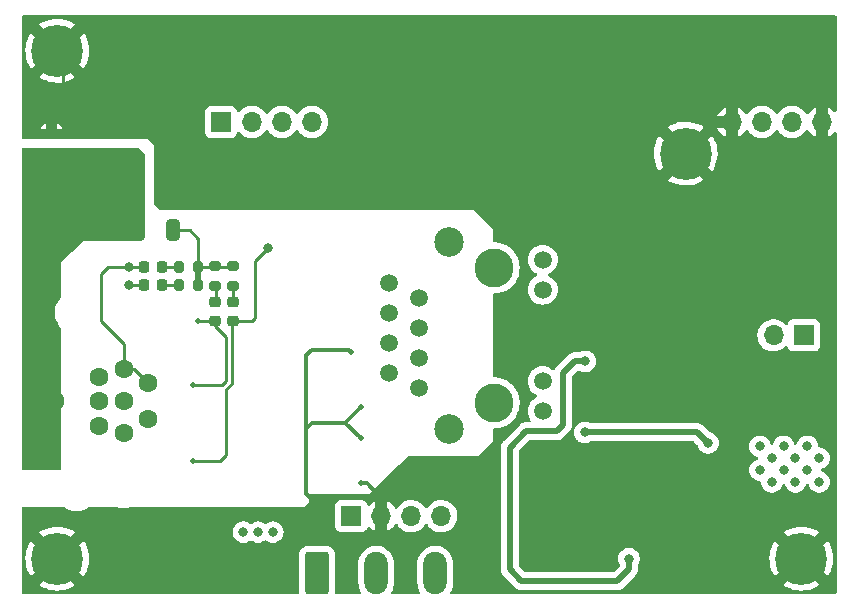
<source format=gbl>
%TF.GenerationSoftware,KiCad,Pcbnew,(6.0.8-1)-1*%
%TF.CreationDate,2022-11-24T03:29:18+08:00*%
%TF.ProjectId,CCTV3_POE_REV100,43435456-335f-4504-9f45-5f5245563130,100*%
%TF.SameCoordinates,Original*%
%TF.FileFunction,Copper,L4,Bot*%
%TF.FilePolarity,Positive*%
%FSLAX46Y46*%
G04 Gerber Fmt 4.6, Leading zero omitted, Abs format (unit mm)*
G04 Created by KiCad (PCBNEW (6.0.8-1)-1) date 2022-11-24 03:29:18*
%MOMM*%
%LPD*%
G01*
G04 APERTURE LIST*
G04 Aperture macros list*
%AMRoundRect*
0 Rectangle with rounded corners*
0 $1 Rounding radius*
0 $2 $3 $4 $5 $6 $7 $8 $9 X,Y pos of 4 corners*
0 Add a 4 corners polygon primitive as box body*
4,1,4,$2,$3,$4,$5,$6,$7,$8,$9,$2,$3,0*
0 Add four circle primitives for the rounded corners*
1,1,$1+$1,$2,$3*
1,1,$1+$1,$4,$5*
1,1,$1+$1,$6,$7*
1,1,$1+$1,$8,$9*
0 Add four rect primitives between the rounded corners*
20,1,$1+$1,$2,$3,$4,$5,0*
20,1,$1+$1,$4,$5,$6,$7,0*
20,1,$1+$1,$6,$7,$8,$9,0*
20,1,$1+$1,$8,$9,$2,$3,0*%
G04 Aperture macros list end*
%TA.AperFunction,ComponentPad*%
%ADD10C,4.400000*%
%TD*%
%TA.AperFunction,ComponentPad*%
%ADD11R,1.700000X1.700000*%
%TD*%
%TA.AperFunction,ComponentPad*%
%ADD12O,1.700000X1.700000*%
%TD*%
%TA.AperFunction,ComponentPad*%
%ADD13C,3.300000*%
%TD*%
%TA.AperFunction,ComponentPad*%
%ADD14C,1.520000*%
%TD*%
%TA.AperFunction,ComponentPad*%
%ADD15C,2.500000*%
%TD*%
%TA.AperFunction,ComponentPad*%
%ADD16C,1.600000*%
%TD*%
%TA.AperFunction,ComponentPad*%
%ADD17RoundRect,0.250000X-0.750000X-1.550000X0.750000X-1.550000X0.750000X1.550000X-0.750000X1.550000X0*%
%TD*%
%TA.AperFunction,ComponentPad*%
%ADD18O,2.000000X3.600000*%
%TD*%
%TA.AperFunction,SMDPad,CuDef*%
%ADD19RoundRect,0.218750X0.256250X-0.218750X0.256250X0.218750X-0.256250X0.218750X-0.256250X-0.218750X0*%
%TD*%
%TA.AperFunction,SMDPad,CuDef*%
%ADD20RoundRect,0.225000X-0.225000X-0.250000X0.225000X-0.250000X0.225000X0.250000X-0.225000X0.250000X0*%
%TD*%
%TA.AperFunction,SMDPad,CuDef*%
%ADD21RoundRect,0.200000X0.275000X-0.200000X0.275000X0.200000X-0.275000X0.200000X-0.275000X-0.200000X0*%
%TD*%
%TA.AperFunction,SMDPad,CuDef*%
%ADD22RoundRect,0.225000X0.250000X-0.225000X0.250000X0.225000X-0.250000X0.225000X-0.250000X-0.225000X0*%
%TD*%
%TA.AperFunction,SMDPad,CuDef*%
%ADD23RoundRect,0.250000X-0.325000X-0.650000X0.325000X-0.650000X0.325000X0.650000X-0.325000X0.650000X0*%
%TD*%
%TA.AperFunction,SMDPad,CuDef*%
%ADD24RoundRect,0.200000X-0.200000X-0.275000X0.200000X-0.275000X0.200000X0.275000X-0.200000X0.275000X0*%
%TD*%
%TA.AperFunction,ViaPad*%
%ADD25C,0.800000*%
%TD*%
%TA.AperFunction,ViaPad*%
%ADD26C,0.500000*%
%TD*%
%TA.AperFunction,Conductor*%
%ADD27C,0.254000*%
%TD*%
%TA.AperFunction,Conductor*%
%ADD28C,0.500000*%
%TD*%
%TA.AperFunction,Conductor*%
%ADD29C,0.300000*%
%TD*%
G04 APERTURE END LIST*
D10*
X23500000Y-66500000D03*
X76700000Y-32200000D03*
X23500000Y-23500000D03*
D11*
X48400000Y-62900000D03*
D12*
X50940000Y-62900000D03*
X53480000Y-62900000D03*
X56020000Y-62900000D03*
D13*
X60490000Y-41880000D03*
X60490000Y-53310000D03*
D14*
X54140000Y-52040000D03*
X51600000Y-50770000D03*
X54140000Y-49500000D03*
X51600000Y-48230000D03*
X54140000Y-46970000D03*
X51600000Y-45690000D03*
X54140000Y-44420000D03*
X51600000Y-43150000D03*
X64600000Y-54010000D03*
X64600000Y-51470000D03*
X64600000Y-43730000D03*
X64600000Y-41190000D03*
D15*
X56640000Y-55510000D03*
X56640000Y-39690000D03*
D16*
X31210250Y-51662500D03*
X31210250Y-54662500D03*
X29110250Y-55887500D03*
X27010250Y-55237500D03*
X27010250Y-53162500D03*
X27010250Y-51087500D03*
X29110250Y-50437500D03*
X29110250Y-53162500D03*
X23290250Y-53162500D03*
D11*
X86685000Y-47600000D03*
D12*
X84145000Y-47600000D03*
D11*
X37350000Y-29545000D03*
D12*
X39980000Y-29535000D03*
X42520000Y-29535000D03*
X45060000Y-29535000D03*
X80620000Y-29535000D03*
X83160000Y-29535000D03*
X85700000Y-29535000D03*
X88240000Y-29535000D03*
D10*
X86500000Y-66500000D03*
D17*
X45500000Y-67722500D03*
D18*
X50500000Y-67722500D03*
X55500000Y-67722500D03*
D19*
X23000000Y-32137500D03*
X23000000Y-30562500D03*
D20*
X30845000Y-43320000D03*
X32395000Y-43320000D03*
X30845000Y-41820000D03*
X32395000Y-41820000D03*
D21*
X36890000Y-43395000D03*
X36890000Y-41745000D03*
D22*
X36890000Y-46355000D03*
X36890000Y-44805000D03*
X38400000Y-46355000D03*
X38400000Y-44805000D03*
D23*
X30325000Y-38700000D03*
X33275000Y-38700000D03*
D24*
X33805000Y-43320000D03*
X35455000Y-43320000D03*
D21*
X38400000Y-43395000D03*
X38400000Y-41745000D03*
D24*
X33805000Y-41820000D03*
X35455000Y-41820000D03*
D25*
X82500000Y-62500000D03*
X41750000Y-64250000D03*
X88000000Y-60000000D03*
X86000000Y-60000000D03*
X87000000Y-57000000D03*
X85000000Y-59000000D03*
X83000000Y-57000000D03*
X40500000Y-64250000D03*
X83000000Y-59000000D03*
X86000000Y-58000000D03*
X39250000Y-64250000D03*
X85000000Y-57000000D03*
X87000000Y-59000000D03*
X88000000Y-58000000D03*
X84000000Y-60000000D03*
X84000000Y-58000000D03*
X71900000Y-66500000D03*
X68200000Y-49800000D03*
D26*
X35000000Y-58200000D03*
D25*
X41300000Y-40200000D03*
X29600000Y-43300000D03*
X29600000Y-41800000D03*
D26*
X34977805Y-51825935D03*
X35400000Y-46400000D03*
D25*
X70000000Y-45000000D03*
X60000000Y-30000000D03*
X52500000Y-32500000D03*
X67500000Y-27500000D03*
X70000000Y-35000000D03*
X67500000Y-45000000D03*
X27500000Y-65000000D03*
X35000000Y-67500000D03*
X75000000Y-40000000D03*
X55000000Y-30000000D03*
X30000000Y-65000000D03*
D26*
X49200000Y-53700000D03*
D25*
X32500000Y-65000000D03*
X57500000Y-32500000D03*
X30000000Y-25000000D03*
X80000000Y-60000000D03*
X72500000Y-42500000D03*
X67500000Y-42500000D03*
X25000000Y-28000000D03*
X75000000Y-45000000D03*
X67500000Y-32500000D03*
X65000000Y-37500000D03*
X27500000Y-25000000D03*
X30000000Y-67500000D03*
X24000000Y-27000000D03*
X80000000Y-45000000D03*
X67500000Y-47500000D03*
X65000000Y-30000000D03*
X55000000Y-35000000D03*
X50000000Y-30000000D03*
X37500000Y-65000000D03*
X72500000Y-32500000D03*
D26*
X49200000Y-60100000D03*
D25*
X30000000Y-27500000D03*
X60000000Y-35000000D03*
X47500000Y-27500000D03*
X32500000Y-30000000D03*
X80000000Y-42500000D03*
X72500000Y-40000000D03*
X75000000Y-27500000D03*
X35000000Y-65000000D03*
X70000000Y-47500000D03*
X80000000Y-40000000D03*
X72500000Y-37500000D03*
D26*
X48400000Y-49000000D03*
D25*
X75000000Y-42500000D03*
D26*
X49200000Y-56300000D03*
D25*
X70000000Y-40000000D03*
X67500000Y-40000000D03*
X30000000Y-22500000D03*
X62500000Y-32500000D03*
X62500000Y-37500000D03*
X72500000Y-45000000D03*
X23000000Y-28000000D03*
X22000000Y-29000000D03*
X24000000Y-29000000D03*
X67500000Y-37500000D03*
X57500000Y-27500000D03*
X42500000Y-27500000D03*
X80000000Y-65000000D03*
X65000000Y-35000000D03*
X52500000Y-27500000D03*
X32500000Y-67500000D03*
X30000000Y-30000000D03*
X72500000Y-27500000D03*
X80000000Y-62500000D03*
X22000000Y-27000000D03*
X72500000Y-47500000D03*
X27500000Y-22500000D03*
X82500000Y-65000000D03*
X37500000Y-67500000D03*
X27500000Y-67500000D03*
X26000000Y-29000000D03*
X77500000Y-27500000D03*
X75000000Y-37500000D03*
X32500000Y-27500000D03*
X70000000Y-30000000D03*
X70000000Y-42500000D03*
X70000000Y-37500000D03*
X27000000Y-28000000D03*
X62500000Y-27500000D03*
X26000000Y-27000000D03*
X78600000Y-56700000D03*
X68170000Y-55800000D03*
D27*
X32395000Y-43320000D02*
X33805000Y-43320000D01*
D28*
X65800000Y-55700000D02*
X63200000Y-55700000D01*
X71900000Y-67400000D02*
X71900000Y-66500000D01*
X61800000Y-57100000D02*
X61800000Y-67400000D01*
X63200000Y-55700000D02*
X61800000Y-57100000D01*
X62800000Y-68400000D02*
X70900000Y-68400000D01*
X68200000Y-49800000D02*
X67300000Y-49800000D01*
X61800000Y-67400000D02*
X62800000Y-68400000D01*
X66300000Y-50800000D02*
X66300000Y-55200000D01*
X66300000Y-55200000D02*
X65800000Y-55700000D01*
X70900000Y-68400000D02*
X71900000Y-67400000D01*
X67300000Y-49800000D02*
X66300000Y-50800000D01*
D27*
X32395000Y-41820000D02*
X33805000Y-41820000D01*
X37800000Y-52142053D02*
X38254000Y-51688052D01*
X37800000Y-57700000D02*
X37800000Y-52142053D01*
X35000000Y-58200000D02*
X37300000Y-58200000D01*
X38254000Y-46501000D02*
X38400000Y-46355000D01*
X37300000Y-58200000D02*
X37800000Y-57700000D01*
X38400000Y-46355000D02*
X38400000Y-46375000D01*
X41300000Y-40200000D02*
X40200000Y-41300000D01*
X40200000Y-46100000D02*
X39945000Y-46355000D01*
X40200000Y-41300000D02*
X40200000Y-46100000D01*
X39945000Y-46355000D02*
X38400000Y-46355000D01*
X38254000Y-51688052D02*
X38254000Y-46501000D01*
X38400000Y-43425000D02*
X38400000Y-44825000D01*
X29600000Y-43300000D02*
X30825000Y-43300000D01*
X30825000Y-43300000D02*
X30845000Y-43320000D01*
X29110250Y-50437500D02*
X29985250Y-50437500D01*
X27200000Y-42400000D02*
X27800000Y-41800000D01*
X29110250Y-48310250D02*
X27200000Y-46400000D01*
X27800000Y-41800000D02*
X29600000Y-41800000D01*
X29600000Y-41800000D02*
X30825000Y-41800000D01*
X27200000Y-46400000D02*
X27200000Y-42400000D01*
X29110250Y-50437500D02*
X29110250Y-48310250D01*
X29985250Y-50437500D02*
X31210250Y-51662500D01*
X37800000Y-51500000D02*
X37474065Y-51825935D01*
X36890000Y-46790000D02*
X37800000Y-47700000D01*
X36890000Y-46355000D02*
X35445000Y-46355000D01*
X37474065Y-51825935D02*
X34977805Y-51825935D01*
X36890000Y-46355000D02*
X36890000Y-46790000D01*
X35445000Y-46355000D02*
X35400000Y-46400000D01*
X37800000Y-47700000D02*
X37800000Y-51500000D01*
X36900000Y-44825000D02*
X36900000Y-43400000D01*
X35450000Y-41800000D02*
X35450000Y-39450000D01*
X38400000Y-41775000D02*
X38375000Y-41800000D01*
D28*
X35455000Y-41820000D02*
X35455000Y-43320000D01*
D27*
X34700000Y-38700000D02*
X33275000Y-38700000D01*
X38375000Y-41800000D02*
X35450000Y-41800000D01*
X35450000Y-39450000D02*
X34700000Y-38700000D01*
D29*
X45100000Y-48800000D02*
X44600000Y-49300000D01*
X47700000Y-61400000D02*
X45000000Y-61400000D01*
X49200000Y-53700000D02*
X47900000Y-55000000D01*
D27*
X26000000Y-29000000D02*
X27000000Y-28000000D01*
D29*
X44600000Y-57500000D02*
X44600000Y-55500000D01*
X44600000Y-57600000D02*
X44600000Y-57500000D01*
D27*
X23000000Y-30000000D02*
X22000000Y-29000000D01*
D29*
X48200000Y-48800000D02*
X45100000Y-48800000D01*
D27*
X22000000Y-27000000D02*
X26000000Y-27000000D01*
D29*
X47900000Y-55000000D02*
X47000000Y-55000000D01*
X49700000Y-60100000D02*
X50940000Y-61340000D01*
X50940000Y-61340000D02*
X50940000Y-62900000D01*
D27*
X23000000Y-28000000D02*
X27000000Y-28000000D01*
D29*
X44600000Y-61000000D02*
X44600000Y-57600000D01*
X44600000Y-49300000D02*
X44600000Y-57600000D01*
D27*
X24000000Y-24000000D02*
X24000000Y-27000000D01*
X26000000Y-27000000D02*
X25000000Y-28000000D01*
X22000000Y-29000000D02*
X26000000Y-29000000D01*
X23500000Y-23500000D02*
X24000000Y-24000000D01*
D29*
X45100000Y-55000000D02*
X47000000Y-55000000D01*
X44600000Y-55500000D02*
X45100000Y-55000000D01*
X49200000Y-60100000D02*
X49700000Y-60100000D01*
X48400000Y-49000000D02*
X48200000Y-48800000D01*
D27*
X23000000Y-30562500D02*
X23000000Y-30000000D01*
D29*
X45000000Y-61400000D02*
X44600000Y-61000000D01*
X49200000Y-56300000D02*
X47900000Y-55000000D01*
D28*
X77700000Y-55800000D02*
X78600000Y-56700000D01*
X68170000Y-55800000D02*
X77700000Y-55800000D01*
D27*
X30225000Y-38800000D02*
X30325000Y-38700000D01*
X22900000Y-39700000D02*
X22900000Y-52772250D01*
X23000000Y-38000000D02*
X23800000Y-38800000D01*
X23800000Y-38800000D02*
X22900000Y-39700000D01*
X23000000Y-32137500D02*
X23000000Y-38000000D01*
X23800000Y-38800000D02*
X30225000Y-38800000D01*
X22900000Y-52772250D02*
X23290250Y-53162500D01*
%TA.AperFunction,Conductor*%
G36*
X30415931Y-31720002D02*
G01*
X30436905Y-31736905D01*
X30863095Y-32163095D01*
X30897121Y-32225407D01*
X30900000Y-32252190D01*
X30900000Y-39091742D01*
X30898922Y-39108188D01*
X30885128Y-39212963D01*
X30876615Y-39244735D01*
X30839361Y-39334674D01*
X30822914Y-39363160D01*
X30763651Y-39440393D01*
X30740393Y-39463651D01*
X30663160Y-39522914D01*
X30634674Y-39539361D01*
X30544735Y-39576615D01*
X30512963Y-39585128D01*
X30408188Y-39598922D01*
X30391742Y-39600000D01*
X25800000Y-39600000D01*
X23800000Y-41400000D01*
X23800000Y-44365823D01*
X23779998Y-44433944D01*
X23765777Y-44452153D01*
X23700841Y-44521183D01*
X23547624Y-44742043D01*
X23428736Y-44983124D01*
X23346788Y-45239130D01*
X23303580Y-45504437D01*
X23300062Y-45773216D01*
X23336310Y-46039563D01*
X23411528Y-46297626D01*
X23524065Y-46541737D01*
X23526628Y-46545646D01*
X23668881Y-46762619D01*
X23668885Y-46762624D01*
X23671447Y-46766532D01*
X23674564Y-46770024D01*
X23768003Y-46874714D01*
X23798441Y-46938855D01*
X23800000Y-46958615D01*
X23800000Y-58874000D01*
X23779998Y-58942121D01*
X23726342Y-58988614D01*
X23674000Y-59000000D01*
X20634500Y-59000000D01*
X20566379Y-58979998D01*
X20519886Y-58926342D01*
X20508500Y-58874000D01*
X20508500Y-31826000D01*
X20528502Y-31757879D01*
X20582158Y-31711386D01*
X20634500Y-31700000D01*
X30347810Y-31700000D01*
X30415931Y-31720002D01*
G37*
%TD.AperFunction*%
%TA.AperFunction,Conductor*%
G36*
X89433621Y-20528502D02*
G01*
X89480114Y-20582158D01*
X89491500Y-20634500D01*
X89491500Y-28573122D01*
X89471498Y-28641243D01*
X89417842Y-28687736D01*
X89347568Y-28697840D01*
X89282988Y-28668346D01*
X89276405Y-28662217D01*
X89114975Y-28500787D01*
X89106567Y-28493731D01*
X88922087Y-28364557D01*
X88912592Y-28359074D01*
X88756417Y-28286248D01*
X88742476Y-28284131D01*
X88740000Y-28287918D01*
X88740000Y-30773292D01*
X88743973Y-30786823D01*
X88748450Y-30787466D01*
X88912592Y-30710926D01*
X88922087Y-30705443D01*
X89106567Y-30576269D01*
X89114975Y-30569213D01*
X89276405Y-30407783D01*
X89338717Y-30373757D01*
X89409532Y-30378822D01*
X89466368Y-30421369D01*
X89491179Y-30487889D01*
X89491500Y-30496878D01*
X89491500Y-69365500D01*
X89471498Y-69433621D01*
X89417842Y-69480114D01*
X89365500Y-69491500D01*
X56902664Y-69491500D01*
X56834543Y-69471498D01*
X56788050Y-69417842D01*
X56777946Y-69347568D01*
X56791620Y-69305959D01*
X56884439Y-69132852D01*
X56886831Y-69128391D01*
X56965862Y-68898869D01*
X56991453Y-68750712D01*
X57006504Y-68663574D01*
X57006505Y-68663568D01*
X57007179Y-68659664D01*
X57008500Y-68630575D01*
X57008500Y-67373349D01*
X61036801Y-67373349D01*
X61037394Y-67380641D01*
X61037394Y-67380644D01*
X61041085Y-67426018D01*
X61041500Y-67436233D01*
X61041500Y-67444293D01*
X61041925Y-67447937D01*
X61044789Y-67472507D01*
X61045222Y-67476882D01*
X61047535Y-67505311D01*
X61051140Y-67549637D01*
X61053396Y-67556601D01*
X61054587Y-67562560D01*
X61055971Y-67568415D01*
X61056818Y-67575681D01*
X61081735Y-67644327D01*
X61083152Y-67648455D01*
X61105649Y-67717899D01*
X61109445Y-67724154D01*
X61111951Y-67729628D01*
X61114670Y-67735058D01*
X61117167Y-67741937D01*
X61121180Y-67748057D01*
X61121180Y-67748058D01*
X61157186Y-67802976D01*
X61159523Y-67806680D01*
X61197405Y-67869107D01*
X61201121Y-67873315D01*
X61201122Y-67873316D01*
X61204803Y-67877484D01*
X61204776Y-67877508D01*
X61207429Y-67880500D01*
X61210132Y-67883733D01*
X61214144Y-67889852D01*
X61219456Y-67894884D01*
X61270383Y-67943128D01*
X61272825Y-67945506D01*
X62216230Y-68888911D01*
X62228616Y-68903323D01*
X62237149Y-68914918D01*
X62237154Y-68914923D01*
X62241492Y-68920818D01*
X62247070Y-68925557D01*
X62247073Y-68925560D01*
X62281768Y-68955035D01*
X62289284Y-68961965D01*
X62294980Y-68967661D01*
X62297841Y-68969924D01*
X62297846Y-68969929D01*
X62317266Y-68985293D01*
X62320667Y-68988082D01*
X62350439Y-69013375D01*
X62376285Y-69035333D01*
X62382805Y-69038662D01*
X62387852Y-69042028D01*
X62392976Y-69045193D01*
X62398717Y-69049735D01*
X62405348Y-69052834D01*
X62405351Y-69052836D01*
X62452723Y-69074976D01*
X62460949Y-69078820D01*
X62464830Y-69080634D01*
X62468776Y-69082562D01*
X62533808Y-69115769D01*
X62540914Y-69117508D01*
X62546564Y-69119609D01*
X62552321Y-69121524D01*
X62558950Y-69124622D01*
X62630435Y-69139491D01*
X62634701Y-69140457D01*
X62705610Y-69157808D01*
X62711212Y-69158156D01*
X62711215Y-69158156D01*
X62716764Y-69158500D01*
X62716762Y-69158535D01*
X62720734Y-69158775D01*
X62724955Y-69159152D01*
X62732115Y-69160641D01*
X62809542Y-69158546D01*
X62812950Y-69158500D01*
X70832930Y-69158500D01*
X70851880Y-69159933D01*
X70866115Y-69162099D01*
X70866119Y-69162099D01*
X70873349Y-69163199D01*
X70880641Y-69162606D01*
X70880644Y-69162606D01*
X70926018Y-69158915D01*
X70936233Y-69158500D01*
X70944293Y-69158500D01*
X70961680Y-69156473D01*
X70972507Y-69155211D01*
X70976882Y-69154778D01*
X71042339Y-69149454D01*
X71042342Y-69149453D01*
X71049637Y-69148860D01*
X71056601Y-69146604D01*
X71062560Y-69145413D01*
X71068415Y-69144029D01*
X71075681Y-69143182D01*
X71144327Y-69118265D01*
X71148455Y-69116848D01*
X71210936Y-69096607D01*
X71210938Y-69096606D01*
X71217899Y-69094351D01*
X71224154Y-69090555D01*
X71229628Y-69088049D01*
X71235058Y-69085330D01*
X71241937Y-69082833D01*
X71287690Y-69052836D01*
X71302976Y-69042814D01*
X71306680Y-69040477D01*
X71369107Y-69002595D01*
X71377484Y-68995197D01*
X71377508Y-68995224D01*
X71380500Y-68992571D01*
X71383733Y-68989868D01*
X71389852Y-68985856D01*
X71443128Y-68929617D01*
X71445506Y-68927175D01*
X71641681Y-68731000D01*
X84981727Y-68731000D01*
X84987633Y-68738890D01*
X85206108Y-68875142D01*
X85212746Y-68878746D01*
X85500803Y-69013375D01*
X85507856Y-69016168D01*
X85809997Y-69115215D01*
X85817321Y-69117136D01*
X86129184Y-69179170D01*
X86136675Y-69180196D01*
X86453736Y-69204314D01*
X86461299Y-69204432D01*
X86778946Y-69190286D01*
X86786492Y-69189493D01*
X87100139Y-69137288D01*
X87107515Y-69135599D01*
X87412619Y-69046090D01*
X87419751Y-69043523D01*
X87711899Y-68918007D01*
X87718652Y-68914611D01*
X87993613Y-68754900D01*
X87999916Y-68750712D01*
X88010352Y-68742834D01*
X88018809Y-68731440D01*
X88012093Y-68719200D01*
X86512812Y-67219919D01*
X86498868Y-67212305D01*
X86497035Y-67212436D01*
X86490420Y-67216687D01*
X84988487Y-68718620D01*
X84981727Y-68731000D01*
X71641681Y-68731000D01*
X72388911Y-67983770D01*
X72403323Y-67971384D01*
X72414918Y-67962851D01*
X72414923Y-67962846D01*
X72420818Y-67958508D01*
X72425557Y-67952930D01*
X72425560Y-67952927D01*
X72455035Y-67918232D01*
X72461965Y-67910716D01*
X72467661Y-67905020D01*
X72469924Y-67902159D01*
X72469929Y-67902154D01*
X72485293Y-67882734D01*
X72488082Y-67879333D01*
X72530592Y-67829296D01*
X72530594Y-67829294D01*
X72535333Y-67823715D01*
X72538662Y-67817195D01*
X72542028Y-67812148D01*
X72545193Y-67807024D01*
X72549735Y-67801283D01*
X72580637Y-67735164D01*
X72582565Y-67731218D01*
X72612442Y-67672708D01*
X72612443Y-67672706D01*
X72615769Y-67666192D01*
X72617508Y-67659086D01*
X72619609Y-67653436D01*
X72621524Y-67647679D01*
X72624622Y-67641050D01*
X72639491Y-67569565D01*
X72640461Y-67565282D01*
X72641172Y-67562376D01*
X72657808Y-67494390D01*
X72658500Y-67483236D01*
X72658535Y-67483238D01*
X72658775Y-67479266D01*
X72659152Y-67475045D01*
X72660641Y-67467885D01*
X72658546Y-67390458D01*
X72658500Y-67387050D01*
X72658500Y-67036999D01*
X72675381Y-66973999D01*
X72731223Y-66877279D01*
X72731224Y-66877278D01*
X72734527Y-66871556D01*
X72793542Y-66689928D01*
X72795046Y-66675624D01*
X72812814Y-66506565D01*
X72813504Y-66500000D01*
X72810926Y-66475467D01*
X83795402Y-66475467D01*
X83811211Y-66793034D01*
X83812042Y-66800563D01*
X83865888Y-67113929D01*
X83867621Y-67121316D01*
X83958723Y-67425940D01*
X83961326Y-67433054D01*
X84088368Y-67724534D01*
X84091810Y-67731290D01*
X84252947Y-68005392D01*
X84256727Y-68011017D01*
X84268112Y-68019376D01*
X84280177Y-68012716D01*
X85780081Y-66512812D01*
X85786459Y-66501132D01*
X87212305Y-66501132D01*
X87212436Y-66502965D01*
X87216687Y-66509580D01*
X88718219Y-68011112D01*
X88730599Y-68017872D01*
X88738654Y-68011842D01*
X88868330Y-67806319D01*
X88871977Y-67799684D01*
X89008112Y-67512338D01*
X89010937Y-67505311D01*
X89111570Y-67203676D01*
X89113524Y-67196385D01*
X89177190Y-66884846D01*
X89178258Y-66877342D01*
X89204160Y-66558883D01*
X89204365Y-66554408D01*
X89204912Y-66502221D01*
X89204802Y-66497789D01*
X89185572Y-66178816D01*
X89184664Y-66171314D01*
X89127538Y-65858525D01*
X89125725Y-65851145D01*
X89031442Y-65547505D01*
X89028761Y-65540408D01*
X88898673Y-65250270D01*
X88895172Y-65243573D01*
X88742307Y-64989664D01*
X88731924Y-64980122D01*
X88723383Y-64983724D01*
X87219919Y-66487188D01*
X87212305Y-66501132D01*
X85786459Y-66501132D01*
X85787695Y-66498868D01*
X85787564Y-66497035D01*
X85783313Y-66490420D01*
X84280925Y-64988032D01*
X84268545Y-64981272D01*
X84260816Y-64987058D01*
X84118122Y-65218552D01*
X84114542Y-65225228D01*
X83981424Y-65513985D01*
X83978674Y-65521036D01*
X83881208Y-65823701D01*
X83879325Y-65831034D01*
X83818925Y-66143217D01*
X83817938Y-66150716D01*
X83795481Y-66467886D01*
X83795402Y-66475467D01*
X72810926Y-66475467D01*
X72793542Y-66310072D01*
X72734527Y-66128444D01*
X72639040Y-65963056D01*
X72511253Y-65821134D01*
X72356752Y-65708882D01*
X72350724Y-65706198D01*
X72350722Y-65706197D01*
X72188319Y-65633891D01*
X72188318Y-65633891D01*
X72182288Y-65631206D01*
X72088888Y-65611353D01*
X72001944Y-65592872D01*
X72001939Y-65592872D01*
X71995487Y-65591500D01*
X71804513Y-65591500D01*
X71798061Y-65592872D01*
X71798056Y-65592872D01*
X71711112Y-65611353D01*
X71617712Y-65631206D01*
X71611682Y-65633891D01*
X71611681Y-65633891D01*
X71449278Y-65706197D01*
X71449276Y-65706198D01*
X71443248Y-65708882D01*
X71288747Y-65821134D01*
X71160960Y-65963056D01*
X71065473Y-66128444D01*
X71006458Y-66310072D01*
X70986496Y-66500000D01*
X70987186Y-66506565D01*
X71004955Y-66675624D01*
X71006458Y-66689928D01*
X71065473Y-66871556D01*
X71068776Y-66877278D01*
X71068777Y-66877279D01*
X71123385Y-66971863D01*
X71140123Y-67040859D01*
X71116902Y-67107950D01*
X71103361Y-67123958D01*
X70622724Y-67604595D01*
X70560412Y-67638621D01*
X70533629Y-67641500D01*
X63166371Y-67641500D01*
X63098250Y-67621498D01*
X63077276Y-67604595D01*
X62595405Y-67122724D01*
X62561379Y-67060412D01*
X62558500Y-67033629D01*
X62558500Y-64267614D01*
X84980007Y-64267614D01*
X84986612Y-64279505D01*
X86487188Y-65780081D01*
X86501132Y-65787695D01*
X86502965Y-65787564D01*
X86509580Y-65783313D01*
X88012478Y-64280415D01*
X88019238Y-64268035D01*
X88013569Y-64260463D01*
X87768952Y-64111440D01*
X87762272Y-64107903D01*
X87472814Y-63976296D01*
X87465744Y-63973582D01*
X87162585Y-63877705D01*
X87155234Y-63875858D01*
X86842742Y-63817094D01*
X86835232Y-63816146D01*
X86517947Y-63795350D01*
X86510382Y-63795310D01*
X86192885Y-63812783D01*
X86185372Y-63813652D01*
X85872281Y-63869141D01*
X85864915Y-63870909D01*
X85560759Y-63963608D01*
X85553663Y-63966248D01*
X85262858Y-64094812D01*
X85256121Y-64098289D01*
X84986472Y-64258713D01*
X84980007Y-64267614D01*
X62558500Y-64267614D01*
X62558500Y-59000000D01*
X82086496Y-59000000D01*
X82087186Y-59006565D01*
X82099450Y-59123247D01*
X82106458Y-59189928D01*
X82165473Y-59371556D01*
X82260960Y-59536944D01*
X82388747Y-59678866D01*
X82543248Y-59791118D01*
X82549276Y-59793802D01*
X82549278Y-59793803D01*
X82600560Y-59816635D01*
X82717712Y-59868794D01*
X82811112Y-59888647D01*
X82898056Y-59907128D01*
X82898061Y-59907128D01*
X82904513Y-59908500D01*
X82963428Y-59908500D01*
X83031549Y-59928502D01*
X83078042Y-59982158D01*
X83088738Y-60021330D01*
X83102993Y-60156956D01*
X83106458Y-60189928D01*
X83165473Y-60371556D01*
X83260960Y-60536944D01*
X83388747Y-60678866D01*
X83543248Y-60791118D01*
X83549276Y-60793802D01*
X83549278Y-60793803D01*
X83711681Y-60866109D01*
X83717712Y-60868794D01*
X83811113Y-60888647D01*
X83898056Y-60907128D01*
X83898061Y-60907128D01*
X83904513Y-60908500D01*
X84095487Y-60908500D01*
X84101939Y-60907128D01*
X84101944Y-60907128D01*
X84188887Y-60888647D01*
X84282288Y-60868794D01*
X84288319Y-60866109D01*
X84450722Y-60793803D01*
X84450724Y-60793802D01*
X84456752Y-60791118D01*
X84611253Y-60678866D01*
X84739040Y-60536944D01*
X84834527Y-60371556D01*
X84880167Y-60231090D01*
X84920241Y-60172486D01*
X84985637Y-60144849D01*
X85055594Y-60156956D01*
X85107900Y-60204962D01*
X85119832Y-60231089D01*
X85165473Y-60371556D01*
X85260960Y-60536944D01*
X85388747Y-60678866D01*
X85543248Y-60791118D01*
X85549276Y-60793802D01*
X85549278Y-60793803D01*
X85711681Y-60866109D01*
X85717712Y-60868794D01*
X85811113Y-60888647D01*
X85898056Y-60907128D01*
X85898061Y-60907128D01*
X85904513Y-60908500D01*
X86095487Y-60908500D01*
X86101939Y-60907128D01*
X86101944Y-60907128D01*
X86188887Y-60888647D01*
X86282288Y-60868794D01*
X86288319Y-60866109D01*
X86450722Y-60793803D01*
X86450724Y-60793802D01*
X86456752Y-60791118D01*
X86611253Y-60678866D01*
X86739040Y-60536944D01*
X86834527Y-60371556D01*
X86880167Y-60231090D01*
X86920241Y-60172486D01*
X86985637Y-60144849D01*
X87055594Y-60156956D01*
X87107900Y-60204962D01*
X87119832Y-60231089D01*
X87165473Y-60371556D01*
X87260960Y-60536944D01*
X87388747Y-60678866D01*
X87543248Y-60791118D01*
X87549276Y-60793802D01*
X87549278Y-60793803D01*
X87711681Y-60866109D01*
X87717712Y-60868794D01*
X87811113Y-60888647D01*
X87898056Y-60907128D01*
X87898061Y-60907128D01*
X87904513Y-60908500D01*
X88095487Y-60908500D01*
X88101939Y-60907128D01*
X88101944Y-60907128D01*
X88188887Y-60888647D01*
X88282288Y-60868794D01*
X88288319Y-60866109D01*
X88450722Y-60793803D01*
X88450724Y-60793802D01*
X88456752Y-60791118D01*
X88611253Y-60678866D01*
X88739040Y-60536944D01*
X88834527Y-60371556D01*
X88893542Y-60189928D01*
X88897008Y-60156956D01*
X88912814Y-60006565D01*
X88913504Y-60000000D01*
X88893542Y-59810072D01*
X88834527Y-59628444D01*
X88739040Y-59463056D01*
X88611253Y-59321134D01*
X88456752Y-59208882D01*
X88450724Y-59206198D01*
X88450722Y-59206197D01*
X88288319Y-59133891D01*
X88288318Y-59133891D01*
X88282288Y-59131206D01*
X88244844Y-59123247D01*
X88182371Y-59089518D01*
X88148049Y-59027369D01*
X88152777Y-58956530D01*
X88195053Y-58899492D01*
X88244844Y-58876753D01*
X88282288Y-58868794D01*
X88399440Y-58816635D01*
X88450722Y-58793803D01*
X88450724Y-58793802D01*
X88456752Y-58791118D01*
X88611253Y-58678866D01*
X88739040Y-58536944D01*
X88834527Y-58371556D01*
X88893542Y-58189928D01*
X88900551Y-58123247D01*
X88912814Y-58006565D01*
X88913504Y-58000000D01*
X88903873Y-57908364D01*
X88894232Y-57816635D01*
X88894232Y-57816633D01*
X88893542Y-57810072D01*
X88834527Y-57628444D01*
X88739040Y-57463056D01*
X88680689Y-57398250D01*
X88615675Y-57326045D01*
X88615674Y-57326044D01*
X88611253Y-57321134D01*
X88456752Y-57208882D01*
X88450724Y-57206198D01*
X88450722Y-57206197D01*
X88288319Y-57133891D01*
X88288318Y-57133891D01*
X88282288Y-57131206D01*
X88188888Y-57111353D01*
X88101944Y-57092872D01*
X88101939Y-57092872D01*
X88095487Y-57091500D01*
X88036572Y-57091500D01*
X87968451Y-57071498D01*
X87921958Y-57017842D01*
X87911262Y-56978670D01*
X87894232Y-56816635D01*
X87894232Y-56816633D01*
X87893542Y-56810072D01*
X87834527Y-56628444D01*
X87739040Y-56463056D01*
X87731977Y-56455211D01*
X87615675Y-56326045D01*
X87615674Y-56326044D01*
X87611253Y-56321134D01*
X87456752Y-56208882D01*
X87450724Y-56206198D01*
X87450722Y-56206197D01*
X87288319Y-56133891D01*
X87288318Y-56133891D01*
X87282288Y-56131206D01*
X87188888Y-56111353D01*
X87101944Y-56092872D01*
X87101939Y-56092872D01*
X87095487Y-56091500D01*
X86904513Y-56091500D01*
X86898061Y-56092872D01*
X86898056Y-56092872D01*
X86811112Y-56111353D01*
X86717712Y-56131206D01*
X86711682Y-56133891D01*
X86711681Y-56133891D01*
X86549278Y-56206197D01*
X86549276Y-56206198D01*
X86543248Y-56208882D01*
X86388747Y-56321134D01*
X86384326Y-56326044D01*
X86384325Y-56326045D01*
X86268024Y-56455211D01*
X86260960Y-56463056D01*
X86165473Y-56628444D01*
X86119877Y-56768775D01*
X86119833Y-56768909D01*
X86079759Y-56827514D01*
X86014363Y-56855151D01*
X85944406Y-56843044D01*
X85892100Y-56795038D01*
X85880167Y-56768909D01*
X85880124Y-56768775D01*
X85834527Y-56628444D01*
X85739040Y-56463056D01*
X85731977Y-56455211D01*
X85615675Y-56326045D01*
X85615674Y-56326044D01*
X85611253Y-56321134D01*
X85456752Y-56208882D01*
X85450724Y-56206198D01*
X85450722Y-56206197D01*
X85288319Y-56133891D01*
X85288318Y-56133891D01*
X85282288Y-56131206D01*
X85188888Y-56111353D01*
X85101944Y-56092872D01*
X85101939Y-56092872D01*
X85095487Y-56091500D01*
X84904513Y-56091500D01*
X84898061Y-56092872D01*
X84898056Y-56092872D01*
X84811112Y-56111353D01*
X84717712Y-56131206D01*
X84711682Y-56133891D01*
X84711681Y-56133891D01*
X84549278Y-56206197D01*
X84549276Y-56206198D01*
X84543248Y-56208882D01*
X84388747Y-56321134D01*
X84384326Y-56326044D01*
X84384325Y-56326045D01*
X84268024Y-56455211D01*
X84260960Y-56463056D01*
X84165473Y-56628444D01*
X84119877Y-56768775D01*
X84119833Y-56768909D01*
X84079759Y-56827514D01*
X84014363Y-56855151D01*
X83944406Y-56843044D01*
X83892100Y-56795038D01*
X83880167Y-56768909D01*
X83880124Y-56768775D01*
X83834527Y-56628444D01*
X83739040Y-56463056D01*
X83731977Y-56455211D01*
X83615675Y-56326045D01*
X83615674Y-56326044D01*
X83611253Y-56321134D01*
X83456752Y-56208882D01*
X83450724Y-56206198D01*
X83450722Y-56206197D01*
X83288319Y-56133891D01*
X83288318Y-56133891D01*
X83282288Y-56131206D01*
X83188888Y-56111353D01*
X83101944Y-56092872D01*
X83101939Y-56092872D01*
X83095487Y-56091500D01*
X82904513Y-56091500D01*
X82898061Y-56092872D01*
X82898056Y-56092872D01*
X82811112Y-56111353D01*
X82717712Y-56131206D01*
X82711682Y-56133891D01*
X82711681Y-56133891D01*
X82549278Y-56206197D01*
X82549276Y-56206198D01*
X82543248Y-56208882D01*
X82388747Y-56321134D01*
X82384326Y-56326044D01*
X82384325Y-56326045D01*
X82268024Y-56455211D01*
X82260960Y-56463056D01*
X82165473Y-56628444D01*
X82106458Y-56810072D01*
X82105768Y-56816633D01*
X82105768Y-56816635D01*
X82101993Y-56852556D01*
X82086496Y-57000000D01*
X82106458Y-57189928D01*
X82165473Y-57371556D01*
X82260960Y-57536944D01*
X82388747Y-57678866D01*
X82543248Y-57791118D01*
X82549276Y-57793802D01*
X82549278Y-57793803D01*
X82600560Y-57816635D01*
X82717712Y-57868794D01*
X82755156Y-57876753D01*
X82817629Y-57910482D01*
X82851951Y-57972631D01*
X82847223Y-58043470D01*
X82804947Y-58100508D01*
X82755156Y-58123247D01*
X82717712Y-58131206D01*
X82711682Y-58133891D01*
X82711681Y-58133891D01*
X82549278Y-58206197D01*
X82549276Y-58206198D01*
X82543248Y-58208882D01*
X82388747Y-58321134D01*
X82260960Y-58463056D01*
X82165473Y-58628444D01*
X82106458Y-58810072D01*
X82105768Y-58816633D01*
X82105768Y-58816635D01*
X82097060Y-58899492D01*
X82086496Y-59000000D01*
X62558500Y-59000000D01*
X62558500Y-57466371D01*
X62578502Y-57398250D01*
X62595405Y-57377276D01*
X63477276Y-56495405D01*
X63539588Y-56461379D01*
X63566371Y-56458500D01*
X65732930Y-56458500D01*
X65751880Y-56459933D01*
X65766115Y-56462099D01*
X65766119Y-56462099D01*
X65773349Y-56463199D01*
X65780641Y-56462606D01*
X65780644Y-56462606D01*
X65826018Y-56458915D01*
X65836233Y-56458500D01*
X65844293Y-56458500D01*
X65857583Y-56456951D01*
X65872507Y-56455211D01*
X65876882Y-56454778D01*
X65942339Y-56449454D01*
X65942342Y-56449453D01*
X65949637Y-56448860D01*
X65956601Y-56446604D01*
X65962560Y-56445413D01*
X65968415Y-56444029D01*
X65975681Y-56443182D01*
X66044327Y-56418265D01*
X66048455Y-56416848D01*
X66110936Y-56396607D01*
X66110938Y-56396606D01*
X66117899Y-56394351D01*
X66124154Y-56390555D01*
X66129628Y-56388049D01*
X66135058Y-56385330D01*
X66141937Y-56382833D01*
X66202976Y-56342814D01*
X66206680Y-56340477D01*
X66269107Y-56302595D01*
X66277484Y-56295197D01*
X66277508Y-56295224D01*
X66280500Y-56292571D01*
X66283733Y-56289868D01*
X66289852Y-56285856D01*
X66343128Y-56229617D01*
X66345506Y-56227175D01*
X66772681Y-55800000D01*
X67256496Y-55800000D01*
X67276458Y-55989928D01*
X67335473Y-56171556D01*
X67430960Y-56336944D01*
X67435378Y-56341851D01*
X67435379Y-56341852D01*
X67532264Y-56449454D01*
X67558747Y-56478866D01*
X67619456Y-56522974D01*
X67707904Y-56587235D01*
X67713248Y-56591118D01*
X67719276Y-56593802D01*
X67719278Y-56593803D01*
X67811200Y-56634729D01*
X67887712Y-56668794D01*
X67977363Y-56687850D01*
X68068056Y-56707128D01*
X68068061Y-56707128D01*
X68074513Y-56708500D01*
X68265487Y-56708500D01*
X68271939Y-56707128D01*
X68271944Y-56707128D01*
X68362637Y-56687850D01*
X68452288Y-56668794D01*
X68528800Y-56634729D01*
X68620722Y-56593803D01*
X68620724Y-56593802D01*
X68626752Y-56591118D01*
X68632091Y-56587239D01*
X68632098Y-56587235D01*
X68638528Y-56582563D01*
X68712587Y-56558500D01*
X77333629Y-56558500D01*
X77401750Y-56578502D01*
X77422724Y-56595405D01*
X77679875Y-56852556D01*
X77710613Y-56902714D01*
X77765473Y-57071556D01*
X77860960Y-57236944D01*
X77988747Y-57378866D01*
X78143248Y-57491118D01*
X78149276Y-57493802D01*
X78149278Y-57493803D01*
X78233332Y-57531226D01*
X78317712Y-57568794D01*
X78411113Y-57588647D01*
X78498056Y-57607128D01*
X78498061Y-57607128D01*
X78504513Y-57608500D01*
X78695487Y-57608500D01*
X78701939Y-57607128D01*
X78701944Y-57607128D01*
X78788887Y-57588647D01*
X78882288Y-57568794D01*
X78966668Y-57531226D01*
X79050722Y-57493803D01*
X79050724Y-57493802D01*
X79056752Y-57491118D01*
X79211253Y-57378866D01*
X79339040Y-57236944D01*
X79434527Y-57071556D01*
X79493542Y-56889928D01*
X79499441Y-56833808D01*
X79512814Y-56706565D01*
X79513504Y-56700000D01*
X79512227Y-56687850D01*
X79494232Y-56516635D01*
X79494232Y-56516633D01*
X79493542Y-56510072D01*
X79434527Y-56328444D01*
X79339040Y-56163056D01*
X79211253Y-56021134D01*
X79056752Y-55908882D01*
X79050724Y-55906198D01*
X79050722Y-55906197D01*
X78888319Y-55833891D01*
X78888318Y-55833891D01*
X78882288Y-55831206D01*
X78875833Y-55829834D01*
X78875824Y-55829831D01*
X78819228Y-55817801D01*
X78756331Y-55783650D01*
X78283770Y-55311089D01*
X78271384Y-55296677D01*
X78262851Y-55285082D01*
X78262846Y-55285077D01*
X78258508Y-55279182D01*
X78252930Y-55274443D01*
X78252927Y-55274440D01*
X78218232Y-55244965D01*
X78210716Y-55238035D01*
X78205021Y-55232340D01*
X78198880Y-55227482D01*
X78182749Y-55214719D01*
X78179345Y-55211928D01*
X78129297Y-55169409D01*
X78129295Y-55169408D01*
X78123715Y-55164667D01*
X78117199Y-55161339D01*
X78112150Y-55157972D01*
X78107021Y-55154805D01*
X78101284Y-55150266D01*
X78035125Y-55119345D01*
X78031225Y-55117439D01*
X78013486Y-55108381D01*
X77966192Y-55084231D01*
X77959084Y-55082492D01*
X77953441Y-55080393D01*
X77947678Y-55078476D01*
X77941050Y-55075378D01*
X77869583Y-55060513D01*
X77865299Y-55059543D01*
X77860587Y-55058390D01*
X77794390Y-55042192D01*
X77788788Y-55041844D01*
X77788785Y-55041844D01*
X77783236Y-55041500D01*
X77783238Y-55041464D01*
X77779245Y-55041225D01*
X77775053Y-55040851D01*
X77767885Y-55039360D01*
X77701675Y-55041151D01*
X77690479Y-55041454D01*
X77687072Y-55041500D01*
X68712587Y-55041500D01*
X68638528Y-55017437D01*
X68632098Y-55012765D01*
X68632091Y-55012761D01*
X68626752Y-55008882D01*
X68620724Y-55006198D01*
X68620722Y-55006197D01*
X68458319Y-54933891D01*
X68458318Y-54933891D01*
X68452288Y-54931206D01*
X68358888Y-54911353D01*
X68271944Y-54892872D01*
X68271939Y-54892872D01*
X68265487Y-54891500D01*
X68074513Y-54891500D01*
X68068061Y-54892872D01*
X68068056Y-54892872D01*
X67981112Y-54911353D01*
X67887712Y-54931206D01*
X67881682Y-54933891D01*
X67881681Y-54933891D01*
X67719278Y-55006197D01*
X67719276Y-55006198D01*
X67713248Y-55008882D01*
X67707907Y-55012762D01*
X67707906Y-55012763D01*
X67701473Y-55017437D01*
X67558747Y-55121134D01*
X67554326Y-55126044D01*
X67554325Y-55126045D01*
X67450229Y-55241656D01*
X67430960Y-55263056D01*
X67335473Y-55428444D01*
X67276458Y-55610072D01*
X67275768Y-55616633D01*
X67275768Y-55616635D01*
X67260857Y-55758508D01*
X67256496Y-55800000D01*
X66772681Y-55800000D01*
X66788911Y-55783770D01*
X66803323Y-55771384D01*
X66814918Y-55762851D01*
X66814923Y-55762846D01*
X66820818Y-55758508D01*
X66825557Y-55752930D01*
X66825560Y-55752927D01*
X66855035Y-55718232D01*
X66861965Y-55710716D01*
X66867661Y-55705020D01*
X66869924Y-55702159D01*
X66869929Y-55702154D01*
X66885293Y-55682734D01*
X66888082Y-55679333D01*
X66889743Y-55677378D01*
X66935333Y-55623715D01*
X66938659Y-55617202D01*
X66942020Y-55612163D01*
X66945196Y-55607021D01*
X66949734Y-55601284D01*
X66980655Y-55535125D01*
X66982561Y-55531225D01*
X67015769Y-55466192D01*
X67017508Y-55459083D01*
X67019604Y-55453449D01*
X67021523Y-55447679D01*
X67024622Y-55441050D01*
X67027245Y-55428444D01*
X67039490Y-55369571D01*
X67040461Y-55365282D01*
X67042023Y-55358899D01*
X67057808Y-55294390D01*
X67058386Y-55285082D01*
X67058500Y-55283236D01*
X67058535Y-55283238D01*
X67058775Y-55279266D01*
X67059152Y-55275045D01*
X67060641Y-55267885D01*
X67058546Y-55190458D01*
X67058500Y-55187050D01*
X67058500Y-51166371D01*
X67078502Y-51098250D01*
X67095405Y-51077276D01*
X67573507Y-50599174D01*
X67635819Y-50565148D01*
X67706634Y-50570213D01*
X67736666Y-50586336D01*
X67743248Y-50591118D01*
X67749276Y-50593802D01*
X67749278Y-50593803D01*
X67761342Y-50599174D01*
X67917712Y-50668794D01*
X68011113Y-50688647D01*
X68098056Y-50707128D01*
X68098061Y-50707128D01*
X68104513Y-50708500D01*
X68295487Y-50708500D01*
X68301939Y-50707128D01*
X68301944Y-50707128D01*
X68388887Y-50688647D01*
X68482288Y-50668794D01*
X68638658Y-50599174D01*
X68650722Y-50593803D01*
X68650724Y-50593802D01*
X68656752Y-50591118D01*
X68692497Y-50565148D01*
X68738445Y-50531764D01*
X68811253Y-50478866D01*
X68908909Y-50370408D01*
X68934621Y-50341852D01*
X68934622Y-50341851D01*
X68939040Y-50336944D01*
X69034527Y-50171556D01*
X69093542Y-49989928D01*
X69113504Y-49800000D01*
X69093542Y-49610072D01*
X69034527Y-49428444D01*
X68939040Y-49263056D01*
X68899783Y-49219456D01*
X68815675Y-49126045D01*
X68815674Y-49126044D01*
X68811253Y-49121134D01*
X68701647Y-49041500D01*
X68662094Y-49012763D01*
X68662093Y-49012762D01*
X68656752Y-49008882D01*
X68650724Y-49006198D01*
X68650722Y-49006197D01*
X68488319Y-48933891D01*
X68488318Y-48933891D01*
X68482288Y-48931206D01*
X68369279Y-48907185D01*
X68301944Y-48892872D01*
X68301939Y-48892872D01*
X68295487Y-48891500D01*
X68104513Y-48891500D01*
X68098061Y-48892872D01*
X68098056Y-48892872D01*
X68030721Y-48907185D01*
X67917712Y-48931206D01*
X67911682Y-48933891D01*
X67911681Y-48933891D01*
X67749278Y-49006197D01*
X67749276Y-49006198D01*
X67743248Y-49008882D01*
X67737909Y-49012761D01*
X67737902Y-49012765D01*
X67731472Y-49017437D01*
X67657413Y-49041500D01*
X67367070Y-49041500D01*
X67348120Y-49040067D01*
X67333885Y-49037901D01*
X67333881Y-49037901D01*
X67326651Y-49036801D01*
X67319359Y-49037394D01*
X67319356Y-49037394D01*
X67273982Y-49041085D01*
X67263767Y-49041500D01*
X67255707Y-49041500D01*
X67252073Y-49041924D01*
X67252067Y-49041924D01*
X67239042Y-49043443D01*
X67227480Y-49044791D01*
X67223132Y-49045221D01*
X67201059Y-49047016D01*
X67157662Y-49050546D01*
X67157659Y-49050547D01*
X67150364Y-49051140D01*
X67143400Y-49053396D01*
X67137461Y-49054583D01*
X67131590Y-49055970D01*
X67124319Y-49056818D01*
X67117443Y-49059314D01*
X67117434Y-49059316D01*
X67055702Y-49081725D01*
X67051598Y-49083135D01*
X66982101Y-49105648D01*
X66975846Y-49109444D01*
X66970387Y-49111943D01*
X66964939Y-49114671D01*
X66958063Y-49117167D01*
X66897010Y-49157195D01*
X66893337Y-49159513D01*
X66830893Y-49197405D01*
X66822517Y-49204802D01*
X66822493Y-49204775D01*
X66819499Y-49207430D01*
X66816268Y-49210132D01*
X66810148Y-49214144D01*
X66805116Y-49219456D01*
X66756872Y-49270383D01*
X66754494Y-49272825D01*
X65811089Y-50216230D01*
X65796677Y-50228616D01*
X65785082Y-50237149D01*
X65785077Y-50237154D01*
X65779182Y-50241492D01*
X65774443Y-50247070D01*
X65774440Y-50247073D01*
X65744965Y-50281768D01*
X65738035Y-50289284D01*
X65732340Y-50294979D01*
X65730060Y-50297861D01*
X65714719Y-50317251D01*
X65711928Y-50320655D01*
X65693920Y-50341852D01*
X65664667Y-50376285D01*
X65661339Y-50382801D01*
X65657972Y-50387850D01*
X65654805Y-50392979D01*
X65650266Y-50398716D01*
X65628384Y-50445537D01*
X65622036Y-50459118D01*
X65575073Y-50512363D01*
X65506779Y-50531764D01*
X65438837Y-50511163D01*
X65426979Y-50501521D01*
X65426590Y-50501985D01*
X65422386Y-50498457D01*
X65418490Y-50494561D01*
X65413982Y-50491404D01*
X65413979Y-50491402D01*
X65291081Y-50405348D01*
X65236673Y-50367251D01*
X65231691Y-50364928D01*
X65231686Y-50364925D01*
X65040492Y-50275770D01*
X65040491Y-50275769D01*
X65035510Y-50273447D01*
X65030202Y-50272025D01*
X65030200Y-50272024D01*
X64826429Y-50217424D01*
X64826427Y-50217424D01*
X64821114Y-50216000D01*
X64600000Y-50196655D01*
X64378886Y-50216000D01*
X64373573Y-50217424D01*
X64373571Y-50217424D01*
X64169800Y-50272024D01*
X64169798Y-50272025D01*
X64164490Y-50273447D01*
X64159510Y-50275769D01*
X64159508Y-50275770D01*
X63968315Y-50364925D01*
X63968310Y-50364928D01*
X63963328Y-50367251D01*
X63958821Y-50370407D01*
X63958819Y-50370408D01*
X63786021Y-50491402D01*
X63786018Y-50491404D01*
X63781510Y-50494561D01*
X63624561Y-50651510D01*
X63621404Y-50656018D01*
X63621402Y-50656021D01*
X63611498Y-50670166D01*
X63497251Y-50833328D01*
X63494928Y-50838310D01*
X63494925Y-50838315D01*
X63407542Y-51025708D01*
X63403447Y-51034490D01*
X63402025Y-51039798D01*
X63402024Y-51039800D01*
X63360462Y-51194912D01*
X63346000Y-51248886D01*
X63326655Y-51470000D01*
X63346000Y-51691114D01*
X63347424Y-51696427D01*
X63347424Y-51696429D01*
X63358023Y-51735983D01*
X63403447Y-51905510D01*
X63405769Y-51910490D01*
X63405770Y-51910492D01*
X63494925Y-52101685D01*
X63494928Y-52101690D01*
X63497251Y-52106672D01*
X63500407Y-52111179D01*
X63500408Y-52111181D01*
X63555056Y-52189226D01*
X63624561Y-52288490D01*
X63781510Y-52445439D01*
X63786018Y-52448596D01*
X63786021Y-52448598D01*
X63849054Y-52492734D01*
X63963327Y-52572749D01*
X63968309Y-52575072D01*
X63968314Y-52575075D01*
X64077106Y-52625805D01*
X64130391Y-52672722D01*
X64149852Y-52741000D01*
X64129310Y-52808959D01*
X64077106Y-52854195D01*
X63968315Y-52904925D01*
X63968310Y-52904928D01*
X63963328Y-52907251D01*
X63958821Y-52910407D01*
X63958819Y-52910408D01*
X63786021Y-53031402D01*
X63786018Y-53031404D01*
X63781510Y-53034561D01*
X63624561Y-53191510D01*
X63621404Y-53196018D01*
X63621402Y-53196021D01*
X63500408Y-53368819D01*
X63497251Y-53373328D01*
X63494928Y-53378310D01*
X63494925Y-53378315D01*
X63405770Y-53569508D01*
X63403447Y-53574490D01*
X63402025Y-53579798D01*
X63402024Y-53579800D01*
X63347424Y-53783571D01*
X63346000Y-53788886D01*
X63326655Y-54010000D01*
X63346000Y-54231114D01*
X63403447Y-54445510D01*
X63405769Y-54450490D01*
X63405770Y-54450492D01*
X63494925Y-54641685D01*
X63494928Y-54641690D01*
X63497251Y-54646672D01*
X63500407Y-54651179D01*
X63500408Y-54651181D01*
X63564861Y-54743229D01*
X63587549Y-54810503D01*
X63570264Y-54879364D01*
X63518494Y-54927948D01*
X63461648Y-54941500D01*
X63267070Y-54941500D01*
X63248120Y-54940067D01*
X63233885Y-54937901D01*
X63233881Y-54937901D01*
X63226651Y-54936801D01*
X63219359Y-54937394D01*
X63219356Y-54937394D01*
X63173982Y-54941085D01*
X63163767Y-54941500D01*
X63155707Y-54941500D01*
X63142417Y-54943049D01*
X63127493Y-54944789D01*
X63123118Y-54945222D01*
X63057661Y-54950546D01*
X63057658Y-54950547D01*
X63050363Y-54951140D01*
X63043399Y-54953396D01*
X63037440Y-54954587D01*
X63031585Y-54955971D01*
X63024319Y-54956818D01*
X62955673Y-54981735D01*
X62951545Y-54983152D01*
X62889064Y-55003393D01*
X62889062Y-55003394D01*
X62882101Y-55005649D01*
X62875846Y-55009445D01*
X62870372Y-55011951D01*
X62864942Y-55014670D01*
X62858063Y-55017167D01*
X62851943Y-55021180D01*
X62851942Y-55021180D01*
X62797024Y-55057186D01*
X62793320Y-55059523D01*
X62730893Y-55097405D01*
X62722516Y-55104803D01*
X62722492Y-55104776D01*
X62719500Y-55107429D01*
X62716267Y-55110132D01*
X62710148Y-55114144D01*
X62705116Y-55119456D01*
X62656872Y-55170383D01*
X62654494Y-55172825D01*
X61311089Y-56516230D01*
X61296677Y-56528616D01*
X61285082Y-56537149D01*
X61285077Y-56537154D01*
X61279182Y-56541492D01*
X61274443Y-56547070D01*
X61274440Y-56547073D01*
X61244965Y-56581768D01*
X61238035Y-56589284D01*
X61232340Y-56594979D01*
X61230060Y-56597861D01*
X61214719Y-56617251D01*
X61211928Y-56620655D01*
X61169409Y-56670703D01*
X61164667Y-56676285D01*
X61161339Y-56682801D01*
X61157972Y-56687850D01*
X61154805Y-56692979D01*
X61150266Y-56698716D01*
X61119345Y-56764875D01*
X61117442Y-56768769D01*
X61084231Y-56833808D01*
X61082492Y-56840916D01*
X61080393Y-56846559D01*
X61078476Y-56852322D01*
X61075378Y-56858950D01*
X61073888Y-56866112D01*
X61073888Y-56866113D01*
X61060514Y-56930412D01*
X61059544Y-56934696D01*
X61042192Y-57005610D01*
X61041500Y-57016764D01*
X61041464Y-57016762D01*
X61041225Y-57020755D01*
X61040851Y-57024947D01*
X61039360Y-57032115D01*
X61039558Y-57039432D01*
X61041454Y-57109521D01*
X61041500Y-57112928D01*
X61041500Y-67332930D01*
X61040067Y-67351880D01*
X61036801Y-67373349D01*
X57008500Y-67373349D01*
X57008500Y-66861499D01*
X57008298Y-66858986D01*
X56994346Y-66685576D01*
X56994345Y-66685571D01*
X56993940Y-66680535D01*
X56948869Y-66497035D01*
X56937244Y-66449708D01*
X56936037Y-66444794D01*
X56841188Y-66221344D01*
X56778690Y-66122100D01*
X56714528Y-66020212D01*
X56714526Y-66020209D01*
X56711833Y-66015933D01*
X56660889Y-65958148D01*
X56554650Y-65837642D01*
X56554647Y-65837639D01*
X56551302Y-65833845D01*
X56541806Y-65826045D01*
X56367628Y-65682974D01*
X56367625Y-65682972D01*
X56363722Y-65679766D01*
X56214424Y-65592872D01*
X56158290Y-65560201D01*
X56158288Y-65560200D01*
X56153922Y-65557659D01*
X56058515Y-65521036D01*
X55932022Y-65472480D01*
X55932018Y-65472479D01*
X55927298Y-65470667D01*
X55922348Y-65469633D01*
X55922345Y-65469632D01*
X55694631Y-65422060D01*
X55694627Y-65422060D01*
X55689680Y-65421026D01*
X55447183Y-65410014D01*
X55442163Y-65410595D01*
X55442159Y-65410595D01*
X55211071Y-65437333D01*
X55211067Y-65437334D01*
X55206044Y-65437915D01*
X55201180Y-65439291D01*
X55201177Y-65439292D01*
X55093958Y-65469632D01*
X54972468Y-65504010D01*
X54967892Y-65506144D01*
X54967886Y-65506146D01*
X54757046Y-65604462D01*
X54757042Y-65604464D01*
X54752464Y-65606599D01*
X54551693Y-65743044D01*
X54375319Y-65909832D01*
X54372241Y-65913858D01*
X54372240Y-65913859D01*
X54230953Y-66098654D01*
X54230950Y-66098658D01*
X54227880Y-66102674D01*
X54225490Y-66107132D01*
X54225489Y-66107133D01*
X54187053Y-66178816D01*
X54113169Y-66316609D01*
X54034138Y-66546131D01*
X53992821Y-66785336D01*
X53992641Y-66789297D01*
X53992641Y-66789298D01*
X53992130Y-66800563D01*
X53991500Y-66814425D01*
X53991500Y-68583501D01*
X53991702Y-68586009D01*
X53991702Y-68586014D01*
X54004320Y-68742834D01*
X54006060Y-68764465D01*
X54007266Y-68769373D01*
X54007266Y-68769376D01*
X54037846Y-68893877D01*
X54063963Y-69000206D01*
X54065938Y-69004858D01*
X54065939Y-69004862D01*
X54117407Y-69126112D01*
X54158812Y-69223656D01*
X54161510Y-69227940D01*
X54205854Y-69298357D01*
X54225229Y-69366659D01*
X54204601Y-69434593D01*
X54150520Y-69480590D01*
X54099234Y-69491500D01*
X51902664Y-69491500D01*
X51834543Y-69471498D01*
X51788050Y-69417842D01*
X51777946Y-69347568D01*
X51791620Y-69305959D01*
X51884439Y-69132852D01*
X51886831Y-69128391D01*
X51965862Y-68898869D01*
X51991453Y-68750712D01*
X52006504Y-68663574D01*
X52006505Y-68663568D01*
X52007179Y-68659664D01*
X52008500Y-68630575D01*
X52008500Y-66861499D01*
X52008298Y-66858986D01*
X51994346Y-66685576D01*
X51994345Y-66685571D01*
X51993940Y-66680535D01*
X51948869Y-66497035D01*
X51937244Y-66449708D01*
X51936037Y-66444794D01*
X51841188Y-66221344D01*
X51778690Y-66122100D01*
X51714528Y-66020212D01*
X51714526Y-66020209D01*
X51711833Y-66015933D01*
X51660889Y-65958148D01*
X51554650Y-65837642D01*
X51554647Y-65837639D01*
X51551302Y-65833845D01*
X51541806Y-65826045D01*
X51367628Y-65682974D01*
X51367625Y-65682972D01*
X51363722Y-65679766D01*
X51214424Y-65592872D01*
X51158290Y-65560201D01*
X51158288Y-65560200D01*
X51153922Y-65557659D01*
X51058515Y-65521036D01*
X50932022Y-65472480D01*
X50932018Y-65472479D01*
X50927298Y-65470667D01*
X50922348Y-65469633D01*
X50922345Y-65469632D01*
X50694631Y-65422060D01*
X50694627Y-65422060D01*
X50689680Y-65421026D01*
X50447183Y-65410014D01*
X50442163Y-65410595D01*
X50442159Y-65410595D01*
X50211071Y-65437333D01*
X50211067Y-65437334D01*
X50206044Y-65437915D01*
X50201180Y-65439291D01*
X50201177Y-65439292D01*
X50093958Y-65469632D01*
X49972468Y-65504010D01*
X49967892Y-65506144D01*
X49967886Y-65506146D01*
X49757046Y-65604462D01*
X49757042Y-65604464D01*
X49752464Y-65606599D01*
X49551693Y-65743044D01*
X49375319Y-65909832D01*
X49372241Y-65913858D01*
X49372240Y-65913859D01*
X49230953Y-66098654D01*
X49230950Y-66098658D01*
X49227880Y-66102674D01*
X49225490Y-66107132D01*
X49225489Y-66107133D01*
X49187053Y-66178816D01*
X49113169Y-66316609D01*
X49034138Y-66546131D01*
X48992821Y-66785336D01*
X48992641Y-66789297D01*
X48992641Y-66789298D01*
X48992130Y-66800563D01*
X48991500Y-66814425D01*
X48991500Y-68583501D01*
X48991702Y-68586009D01*
X48991702Y-68586014D01*
X49004320Y-68742834D01*
X49006060Y-68764465D01*
X49007266Y-68769373D01*
X49007266Y-68769376D01*
X49037846Y-68893877D01*
X49063963Y-69000206D01*
X49065938Y-69004858D01*
X49065939Y-69004862D01*
X49117407Y-69126112D01*
X49158812Y-69223656D01*
X49161510Y-69227940D01*
X49205854Y-69298357D01*
X49225229Y-69366659D01*
X49204601Y-69434593D01*
X49150520Y-69480590D01*
X49099234Y-69491500D01*
X47130795Y-69491500D01*
X47062674Y-69471498D01*
X47016181Y-69417842D01*
X47005451Y-69352657D01*
X47008500Y-69322900D01*
X47008500Y-66122100D01*
X47006947Y-66107133D01*
X46998238Y-66023192D01*
X46998237Y-66023188D01*
X46997526Y-66016334D01*
X46941550Y-65848554D01*
X46848478Y-65698152D01*
X46827514Y-65677224D01*
X46728483Y-65578366D01*
X46723303Y-65573195D01*
X46695158Y-65555846D01*
X46578968Y-65484225D01*
X46578966Y-65484224D01*
X46572738Y-65480385D01*
X46448846Y-65439292D01*
X46411389Y-65426868D01*
X46411387Y-65426868D01*
X46404861Y-65424703D01*
X46398025Y-65424003D01*
X46398022Y-65424002D01*
X46354969Y-65419591D01*
X46300400Y-65414000D01*
X44699600Y-65414000D01*
X44696354Y-65414337D01*
X44696350Y-65414337D01*
X44600692Y-65424262D01*
X44600688Y-65424263D01*
X44593834Y-65424974D01*
X44587298Y-65427155D01*
X44587296Y-65427155D01*
X44459978Y-65469632D01*
X44426054Y-65480950D01*
X44275652Y-65574022D01*
X44150695Y-65699197D01*
X44146855Y-65705427D01*
X44146854Y-65705428D01*
X44069676Y-65830634D01*
X44057885Y-65849762D01*
X44002203Y-66017639D01*
X43991500Y-66122100D01*
X43991500Y-69322900D01*
X43994060Y-69347568D01*
X43994571Y-69352496D01*
X43981707Y-69422317D01*
X43933136Y-69474099D01*
X43869244Y-69491500D01*
X20634500Y-69491500D01*
X20566379Y-69471498D01*
X20519886Y-69417842D01*
X20508500Y-69365500D01*
X20508500Y-68731000D01*
X21981727Y-68731000D01*
X21987633Y-68738890D01*
X22206108Y-68875142D01*
X22212746Y-68878746D01*
X22500803Y-69013375D01*
X22507856Y-69016168D01*
X22809997Y-69115215D01*
X22817321Y-69117136D01*
X23129184Y-69179170D01*
X23136675Y-69180196D01*
X23453736Y-69204314D01*
X23461299Y-69204432D01*
X23778946Y-69190286D01*
X23786492Y-69189493D01*
X24100139Y-69137288D01*
X24107515Y-69135599D01*
X24412619Y-69046090D01*
X24419751Y-69043523D01*
X24711899Y-68918007D01*
X24718652Y-68914611D01*
X24993613Y-68754900D01*
X24999916Y-68750712D01*
X25010352Y-68742834D01*
X25018809Y-68731440D01*
X25012093Y-68719200D01*
X23512812Y-67219919D01*
X23498868Y-67212305D01*
X23497035Y-67212436D01*
X23490420Y-67216687D01*
X21988487Y-68718620D01*
X21981727Y-68731000D01*
X20508500Y-68731000D01*
X20508500Y-66475467D01*
X20795402Y-66475467D01*
X20811211Y-66793034D01*
X20812042Y-66800563D01*
X20865888Y-67113929D01*
X20867621Y-67121316D01*
X20958723Y-67425940D01*
X20961326Y-67433054D01*
X21088368Y-67724534D01*
X21091810Y-67731290D01*
X21252947Y-68005392D01*
X21256727Y-68011017D01*
X21268112Y-68019376D01*
X21280177Y-68012716D01*
X22780081Y-66512812D01*
X22786459Y-66501132D01*
X24212305Y-66501132D01*
X24212436Y-66502965D01*
X24216687Y-66509580D01*
X25718219Y-68011112D01*
X25730599Y-68017872D01*
X25738654Y-68011842D01*
X25868330Y-67806319D01*
X25871977Y-67799684D01*
X26008112Y-67512338D01*
X26010937Y-67505311D01*
X26111570Y-67203676D01*
X26113524Y-67196385D01*
X26177190Y-66884846D01*
X26178258Y-66877342D01*
X26204160Y-66558883D01*
X26204365Y-66554408D01*
X26204912Y-66502221D01*
X26204802Y-66497789D01*
X26185572Y-66178816D01*
X26184664Y-66171314D01*
X26127538Y-65858525D01*
X26125725Y-65851145D01*
X26031442Y-65547505D01*
X26028761Y-65540408D01*
X25898673Y-65250270D01*
X25895172Y-65243573D01*
X25742307Y-64989664D01*
X25731924Y-64980122D01*
X25723383Y-64983724D01*
X24219919Y-66487188D01*
X24212305Y-66501132D01*
X22786459Y-66501132D01*
X22787695Y-66498868D01*
X22787564Y-66497035D01*
X22783313Y-66490420D01*
X21280925Y-64988032D01*
X21268545Y-64981272D01*
X21260816Y-64987058D01*
X21118122Y-65218552D01*
X21114542Y-65225228D01*
X20981424Y-65513985D01*
X20978674Y-65521036D01*
X20881208Y-65823701D01*
X20879325Y-65831034D01*
X20818925Y-66143217D01*
X20817938Y-66150716D01*
X20795481Y-66467886D01*
X20795402Y-66475467D01*
X20508500Y-66475467D01*
X20508500Y-64267614D01*
X21980007Y-64267614D01*
X21986612Y-64279505D01*
X23487188Y-65780081D01*
X23501132Y-65787695D01*
X23502965Y-65787564D01*
X23509580Y-65783313D01*
X25012478Y-64280415D01*
X25019238Y-64268035D01*
X25013569Y-64260463D01*
X24996394Y-64250000D01*
X38336496Y-64250000D01*
X38356458Y-64439928D01*
X38415473Y-64621556D01*
X38510960Y-64786944D01*
X38638747Y-64928866D01*
X38793248Y-65041118D01*
X38799276Y-65043802D01*
X38799278Y-65043803D01*
X38961681Y-65116109D01*
X38967712Y-65118794D01*
X39061112Y-65138647D01*
X39148056Y-65157128D01*
X39148061Y-65157128D01*
X39154513Y-65158500D01*
X39345487Y-65158500D01*
X39351939Y-65157128D01*
X39351944Y-65157128D01*
X39438888Y-65138647D01*
X39532288Y-65118794D01*
X39538319Y-65116109D01*
X39700722Y-65043803D01*
X39700724Y-65043802D01*
X39706752Y-65041118D01*
X39779819Y-64988032D01*
X39800939Y-64972687D01*
X39867807Y-64948828D01*
X39936958Y-64964909D01*
X39949061Y-64972687D01*
X39970182Y-64988032D01*
X40043248Y-65041118D01*
X40049276Y-65043802D01*
X40049278Y-65043803D01*
X40211681Y-65116109D01*
X40217712Y-65118794D01*
X40311112Y-65138647D01*
X40398056Y-65157128D01*
X40398061Y-65157128D01*
X40404513Y-65158500D01*
X40595487Y-65158500D01*
X40601939Y-65157128D01*
X40601944Y-65157128D01*
X40688888Y-65138647D01*
X40782288Y-65118794D01*
X40788319Y-65116109D01*
X40950722Y-65043803D01*
X40950724Y-65043802D01*
X40956752Y-65041118D01*
X41029819Y-64988032D01*
X41050939Y-64972687D01*
X41117807Y-64948828D01*
X41186958Y-64964909D01*
X41199061Y-64972687D01*
X41220182Y-64988032D01*
X41293248Y-65041118D01*
X41299276Y-65043802D01*
X41299278Y-65043803D01*
X41461681Y-65116109D01*
X41467712Y-65118794D01*
X41561112Y-65138647D01*
X41648056Y-65157128D01*
X41648061Y-65157128D01*
X41654513Y-65158500D01*
X41845487Y-65158500D01*
X41851939Y-65157128D01*
X41851944Y-65157128D01*
X41938888Y-65138647D01*
X42032288Y-65118794D01*
X42038319Y-65116109D01*
X42200722Y-65043803D01*
X42200724Y-65043802D01*
X42206752Y-65041118D01*
X42361253Y-64928866D01*
X42489040Y-64786944D01*
X42584527Y-64621556D01*
X42643542Y-64439928D01*
X42663504Y-64250000D01*
X42658645Y-64203767D01*
X42644232Y-64066635D01*
X42644232Y-64066633D01*
X42643542Y-64060072D01*
X42584527Y-63878444D01*
X42538160Y-63798134D01*
X47041500Y-63798134D01*
X47048255Y-63860316D01*
X47099385Y-63996705D01*
X47186739Y-64113261D01*
X47303295Y-64200615D01*
X47439684Y-64251745D01*
X47501866Y-64258500D01*
X49298134Y-64258500D01*
X49360316Y-64251745D01*
X49496705Y-64200615D01*
X49613261Y-64113261D01*
X49700615Y-63996705D01*
X49742593Y-63884729D01*
X49748321Y-63869451D01*
X49790963Y-63812687D01*
X49857525Y-63787987D01*
X49926873Y-63803195D01*
X49955398Y-63824586D01*
X50065025Y-63934213D01*
X50073433Y-63941269D01*
X50257913Y-64070443D01*
X50267408Y-64075926D01*
X50423583Y-64148752D01*
X50437524Y-64150869D01*
X50440000Y-64147082D01*
X50440000Y-64138292D01*
X51440000Y-64138292D01*
X51443973Y-64151823D01*
X51448450Y-64152466D01*
X51612592Y-64075926D01*
X51622087Y-64070443D01*
X51806567Y-63941269D01*
X51814975Y-63934213D01*
X51974213Y-63774975D01*
X51981273Y-63766562D01*
X52103759Y-63591633D01*
X52159216Y-63547304D01*
X52229835Y-63539995D01*
X52293196Y-63572025D01*
X52314405Y-63598068D01*
X52379987Y-63705088D01*
X52526250Y-63873938D01*
X52698126Y-64016632D01*
X52891000Y-64129338D01*
X53099692Y-64209030D01*
X53104760Y-64210061D01*
X53104763Y-64210062D01*
X53212017Y-64231883D01*
X53318597Y-64253567D01*
X53323772Y-64253757D01*
X53323774Y-64253757D01*
X53536673Y-64261564D01*
X53536677Y-64261564D01*
X53541837Y-64261753D01*
X53546957Y-64261097D01*
X53546959Y-64261097D01*
X53758288Y-64234025D01*
X53758289Y-64234025D01*
X53763416Y-64233368D01*
X53768366Y-64231883D01*
X53972429Y-64170661D01*
X53972434Y-64170659D01*
X53977384Y-64169174D01*
X54177994Y-64070896D01*
X54359860Y-63941173D01*
X54366845Y-63934213D01*
X54506193Y-63795350D01*
X54518096Y-63783489D01*
X54648453Y-63602077D01*
X54649776Y-63603028D01*
X54696645Y-63559857D01*
X54766580Y-63547625D01*
X54832026Y-63575144D01*
X54859875Y-63606994D01*
X54919987Y-63705088D01*
X55066250Y-63873938D01*
X55238126Y-64016632D01*
X55431000Y-64129338D01*
X55639692Y-64209030D01*
X55644760Y-64210061D01*
X55644763Y-64210062D01*
X55752017Y-64231883D01*
X55858597Y-64253567D01*
X55863772Y-64253757D01*
X55863774Y-64253757D01*
X56076673Y-64261564D01*
X56076677Y-64261564D01*
X56081837Y-64261753D01*
X56086957Y-64261097D01*
X56086959Y-64261097D01*
X56298288Y-64234025D01*
X56298289Y-64234025D01*
X56303416Y-64233368D01*
X56308366Y-64231883D01*
X56512429Y-64170661D01*
X56512434Y-64170659D01*
X56517384Y-64169174D01*
X56717994Y-64070896D01*
X56899860Y-63941173D01*
X56906845Y-63934213D01*
X57046193Y-63795350D01*
X57058096Y-63783489D01*
X57188453Y-63602077D01*
X57209320Y-63559857D01*
X57285136Y-63406453D01*
X57285137Y-63406451D01*
X57287430Y-63401811D01*
X57352370Y-63188069D01*
X57381529Y-62966590D01*
X57383156Y-62900000D01*
X57364852Y-62677361D01*
X57310431Y-62460702D01*
X57221354Y-62255840D01*
X57138036Y-62127050D01*
X57102822Y-62072617D01*
X57102820Y-62072614D01*
X57100014Y-62068277D01*
X56949670Y-61903051D01*
X56945619Y-61899852D01*
X56945615Y-61899848D01*
X56778414Y-61767800D01*
X56778410Y-61767798D01*
X56774359Y-61764598D01*
X56578789Y-61656638D01*
X56573920Y-61654914D01*
X56573916Y-61654912D01*
X56373087Y-61583795D01*
X56373083Y-61583794D01*
X56368212Y-61582069D01*
X56363119Y-61581162D01*
X56363116Y-61581161D01*
X56153373Y-61543800D01*
X56153367Y-61543799D01*
X56148284Y-61542894D01*
X56074452Y-61541992D01*
X55930081Y-61540228D01*
X55930079Y-61540228D01*
X55924911Y-61540165D01*
X55704091Y-61573955D01*
X55491756Y-61643357D01*
X55461443Y-61659137D01*
X55326168Y-61729557D01*
X55293607Y-61746507D01*
X55289474Y-61749610D01*
X55289471Y-61749612D01*
X55119100Y-61877530D01*
X55114965Y-61880635D01*
X55111393Y-61884373D01*
X54976983Y-62025025D01*
X54960629Y-62042138D01*
X54853201Y-62199621D01*
X54798293Y-62244621D01*
X54727768Y-62252792D01*
X54664021Y-62221538D01*
X54643324Y-62197054D01*
X54562822Y-62072617D01*
X54562820Y-62072614D01*
X54560014Y-62068277D01*
X54409670Y-61903051D01*
X54405619Y-61899852D01*
X54405615Y-61899848D01*
X54238414Y-61767800D01*
X54238410Y-61767798D01*
X54234359Y-61764598D01*
X54038789Y-61656638D01*
X54033920Y-61654914D01*
X54033916Y-61654912D01*
X53833087Y-61583795D01*
X53833083Y-61583794D01*
X53828212Y-61582069D01*
X53823119Y-61581162D01*
X53823116Y-61581161D01*
X53613373Y-61543800D01*
X53613367Y-61543799D01*
X53608284Y-61542894D01*
X53534452Y-61541992D01*
X53390081Y-61540228D01*
X53390079Y-61540228D01*
X53384911Y-61540165D01*
X53164091Y-61573955D01*
X52951756Y-61643357D01*
X52921443Y-61659137D01*
X52786168Y-61729557D01*
X52753607Y-61746507D01*
X52749474Y-61749610D01*
X52749471Y-61749612D01*
X52579100Y-61877530D01*
X52574965Y-61880635D01*
X52571393Y-61884373D01*
X52436983Y-62025025D01*
X52420629Y-62042138D01*
X52417720Y-62046403D01*
X52417714Y-62046411D01*
X52309560Y-62204959D01*
X52254649Y-62249962D01*
X52184124Y-62258133D01*
X52120377Y-62226879D01*
X52102259Y-62206225D01*
X51981273Y-62033438D01*
X51974213Y-62025025D01*
X51814975Y-61865787D01*
X51806567Y-61858731D01*
X51622087Y-61729557D01*
X51612592Y-61724074D01*
X51456417Y-61651248D01*
X51442476Y-61649131D01*
X51440000Y-61652918D01*
X51440000Y-64138292D01*
X50440000Y-64138292D01*
X50440000Y-61661709D01*
X50436027Y-61648178D01*
X50431550Y-61647535D01*
X50267409Y-61724074D01*
X50257913Y-61729557D01*
X50073433Y-61858731D01*
X50065025Y-61865787D01*
X49955398Y-61975414D01*
X49893086Y-62009440D01*
X49822271Y-62004375D01*
X49765435Y-61961828D01*
X49748321Y-61930549D01*
X49703767Y-61811703D01*
X49700615Y-61803295D01*
X49613261Y-61686739D01*
X49496705Y-61599385D01*
X49360316Y-61548255D01*
X49298134Y-61541500D01*
X47501866Y-61541500D01*
X47439684Y-61548255D01*
X47303295Y-61599385D01*
X47186739Y-61686739D01*
X47099385Y-61803295D01*
X47048255Y-61939684D01*
X47041500Y-62001866D01*
X47041500Y-63798134D01*
X42538160Y-63798134D01*
X42489040Y-63713056D01*
X42393542Y-63606994D01*
X42365675Y-63576045D01*
X42365674Y-63576044D01*
X42361253Y-63571134D01*
X42206752Y-63458882D01*
X42200724Y-63456198D01*
X42200722Y-63456197D01*
X42038319Y-63383891D01*
X42038318Y-63383891D01*
X42032288Y-63381206D01*
X41938888Y-63361353D01*
X41851944Y-63342872D01*
X41851939Y-63342872D01*
X41845487Y-63341500D01*
X41654513Y-63341500D01*
X41648061Y-63342872D01*
X41648056Y-63342872D01*
X41561112Y-63361353D01*
X41467712Y-63381206D01*
X41461682Y-63383891D01*
X41461681Y-63383891D01*
X41299278Y-63456197D01*
X41299276Y-63456198D01*
X41293248Y-63458882D01*
X41287907Y-63462762D01*
X41287906Y-63462763D01*
X41199061Y-63527313D01*
X41132193Y-63551172D01*
X41063042Y-63535091D01*
X41050939Y-63527313D01*
X40962094Y-63462763D01*
X40962093Y-63462762D01*
X40956752Y-63458882D01*
X40950724Y-63456198D01*
X40950722Y-63456197D01*
X40788319Y-63383891D01*
X40788318Y-63383891D01*
X40782288Y-63381206D01*
X40688888Y-63361353D01*
X40601944Y-63342872D01*
X40601939Y-63342872D01*
X40595487Y-63341500D01*
X40404513Y-63341500D01*
X40398061Y-63342872D01*
X40398056Y-63342872D01*
X40311112Y-63361353D01*
X40217712Y-63381206D01*
X40211682Y-63383891D01*
X40211681Y-63383891D01*
X40049278Y-63456197D01*
X40049276Y-63456198D01*
X40043248Y-63458882D01*
X40037907Y-63462762D01*
X40037906Y-63462763D01*
X39949061Y-63527313D01*
X39882193Y-63551172D01*
X39813042Y-63535091D01*
X39800939Y-63527313D01*
X39712094Y-63462763D01*
X39712093Y-63462762D01*
X39706752Y-63458882D01*
X39700724Y-63456198D01*
X39700722Y-63456197D01*
X39538319Y-63383891D01*
X39538318Y-63383891D01*
X39532288Y-63381206D01*
X39438888Y-63361353D01*
X39351944Y-63342872D01*
X39351939Y-63342872D01*
X39345487Y-63341500D01*
X39154513Y-63341500D01*
X39148061Y-63342872D01*
X39148056Y-63342872D01*
X39061112Y-63361353D01*
X38967712Y-63381206D01*
X38961682Y-63383891D01*
X38961681Y-63383891D01*
X38799278Y-63456197D01*
X38799276Y-63456198D01*
X38793248Y-63458882D01*
X38638747Y-63571134D01*
X38634326Y-63576044D01*
X38634325Y-63576045D01*
X38606459Y-63606994D01*
X38510960Y-63713056D01*
X38415473Y-63878444D01*
X38356458Y-64060072D01*
X38355768Y-64066633D01*
X38355768Y-64066635D01*
X38341355Y-64203767D01*
X38336496Y-64250000D01*
X24996394Y-64250000D01*
X24768952Y-64111440D01*
X24762272Y-64107903D01*
X24472814Y-63976296D01*
X24465744Y-63973582D01*
X24162585Y-63877705D01*
X24155234Y-63875858D01*
X23842742Y-63817094D01*
X23835232Y-63816146D01*
X23517947Y-63795350D01*
X23510382Y-63795310D01*
X23192885Y-63812783D01*
X23185372Y-63813652D01*
X22872281Y-63869141D01*
X22864915Y-63870909D01*
X22560759Y-63963608D01*
X22553663Y-63966248D01*
X22262858Y-64094812D01*
X22256121Y-64098289D01*
X21986472Y-64258713D01*
X21980007Y-64267614D01*
X20508500Y-64267614D01*
X20508500Y-62226000D01*
X20528502Y-62157879D01*
X20582158Y-62111386D01*
X20634500Y-62100000D01*
X23964716Y-62100000D01*
X24032837Y-62120002D01*
X24045284Y-62129126D01*
X24057104Y-62138956D01*
X24286906Y-62278404D01*
X24291220Y-62280213D01*
X24291224Y-62280215D01*
X24341018Y-62301095D01*
X24534795Y-62382352D01*
X24795327Y-62448519D01*
X25018584Y-62471000D01*
X25178487Y-62471000D01*
X25180812Y-62470827D01*
X25180818Y-62470827D01*
X25373658Y-62456496D01*
X25373659Y-62456496D01*
X25378313Y-62456150D01*
X25382866Y-62455120D01*
X25382871Y-62455119D01*
X25635919Y-62397861D01*
X25635924Y-62397860D01*
X25640487Y-62396827D01*
X25891012Y-62299402D01*
X26124386Y-62166018D01*
X26134711Y-62157879D01*
X26173817Y-62127050D01*
X26239697Y-62100585D01*
X26251823Y-62100000D01*
X28417736Y-62100000D01*
X28465954Y-62109591D01*
X28491088Y-62120002D01*
X28607780Y-62168337D01*
X28619409Y-62173154D01*
X28704252Y-62193523D01*
X28856957Y-62230185D01*
X28856963Y-62230186D01*
X28861770Y-62231340D01*
X28949172Y-62238219D01*
X29045584Y-62245807D01*
X29045593Y-62245807D01*
X29048041Y-62246000D01*
X29172459Y-62246000D01*
X29174907Y-62245807D01*
X29174916Y-62245807D01*
X29271328Y-62238219D01*
X29358730Y-62231340D01*
X29363537Y-62230186D01*
X29363543Y-62230185D01*
X29516248Y-62193523D01*
X29601091Y-62173154D01*
X29612721Y-62168337D01*
X29729412Y-62120002D01*
X29754546Y-62109591D01*
X29802764Y-62100000D01*
X44400000Y-62100000D01*
X44800000Y-61700000D01*
X44800000Y-61126000D01*
X44820002Y-61057879D01*
X44873658Y-61011386D01*
X44926000Y-61000000D01*
X49900000Y-61000000D01*
X49907867Y-60992371D01*
X49907868Y-60992371D01*
X52434965Y-58541852D01*
X53163344Y-57835545D01*
X53226172Y-57802482D01*
X53251058Y-57800000D01*
X59100000Y-57800000D01*
X60408020Y-56549016D01*
X60407594Y-55595555D01*
X60427566Y-55527427D01*
X60481201Y-55480910D01*
X60535572Y-55469516D01*
X60557572Y-55469862D01*
X60598940Y-55470512D01*
X60598946Y-55470512D01*
X60603231Y-55470579D01*
X60895408Y-55435222D01*
X61145654Y-55369571D01*
X61175939Y-55361626D01*
X61175940Y-55361626D01*
X61180082Y-55360539D01*
X61451988Y-55247912D01*
X61706092Y-55099425D01*
X61937694Y-54917827D01*
X61963207Y-54891500D01*
X62139523Y-54709554D01*
X62142506Y-54706476D01*
X62316741Y-54469285D01*
X62457172Y-54210642D01*
X62532989Y-54010000D01*
X62559685Y-53939351D01*
X62559686Y-53939347D01*
X62561203Y-53935333D01*
X62626907Y-53648453D01*
X62653069Y-53355310D01*
X62653544Y-53310000D01*
X62645774Y-53196021D01*
X62633819Y-53020650D01*
X62633818Y-53020644D01*
X62633527Y-53016373D01*
X62573845Y-52728180D01*
X62475603Y-52450753D01*
X62340618Y-52189226D01*
X62171389Y-51948438D01*
X61971048Y-51732844D01*
X61926558Y-51696429D01*
X61746618Y-51549151D01*
X61743300Y-51546435D01*
X61492361Y-51392660D01*
X61488425Y-51390932D01*
X61226802Y-51276087D01*
X61226798Y-51276086D01*
X61222874Y-51274363D01*
X60939826Y-51193735D01*
X60935584Y-51193131D01*
X60935578Y-51193130D01*
X60652705Y-51152871D01*
X60648454Y-51152266D01*
X60644165Y-51152244D01*
X60644158Y-51152243D01*
X60530892Y-51151650D01*
X60462877Y-51131292D01*
X60416666Y-51077393D01*
X60405552Y-51025708D01*
X60405356Y-50586338D01*
X60404007Y-47566695D01*
X82782251Y-47566695D01*
X82795110Y-47789715D01*
X82796247Y-47794761D01*
X82796248Y-47794767D01*
X82820304Y-47901508D01*
X82844222Y-48007639D01*
X82928266Y-48214616D01*
X83044987Y-48405088D01*
X83191250Y-48573938D01*
X83363126Y-48716632D01*
X83556000Y-48829338D01*
X83764692Y-48909030D01*
X83769760Y-48910061D01*
X83769763Y-48910062D01*
X83866946Y-48929834D01*
X83983597Y-48953567D01*
X83988772Y-48953757D01*
X83988774Y-48953757D01*
X84201673Y-48961564D01*
X84201677Y-48961564D01*
X84206837Y-48961753D01*
X84211957Y-48961097D01*
X84211959Y-48961097D01*
X84423288Y-48934025D01*
X84423289Y-48934025D01*
X84428416Y-48933368D01*
X84433366Y-48931883D01*
X84637429Y-48870661D01*
X84637434Y-48870659D01*
X84642384Y-48869174D01*
X84842994Y-48770896D01*
X85024860Y-48641173D01*
X85133091Y-48533319D01*
X85195462Y-48499404D01*
X85266268Y-48504592D01*
X85323030Y-48547238D01*
X85340012Y-48578341D01*
X85384385Y-48696705D01*
X85471739Y-48813261D01*
X85588295Y-48900615D01*
X85724684Y-48951745D01*
X85786866Y-48958500D01*
X87583134Y-48958500D01*
X87645316Y-48951745D01*
X87781705Y-48900615D01*
X87898261Y-48813261D01*
X87985615Y-48696705D01*
X88036745Y-48560316D01*
X88043500Y-48498134D01*
X88043500Y-46701866D01*
X88036745Y-46639684D01*
X87985615Y-46503295D01*
X87898261Y-46386739D01*
X87781705Y-46299385D01*
X87645316Y-46248255D01*
X87583134Y-46241500D01*
X85786866Y-46241500D01*
X85724684Y-46248255D01*
X85588295Y-46299385D01*
X85471739Y-46386739D01*
X85384385Y-46503295D01*
X85381233Y-46511703D01*
X85339919Y-46621907D01*
X85297277Y-46678671D01*
X85230716Y-46703371D01*
X85161367Y-46688163D01*
X85128743Y-46662476D01*
X85078151Y-46606875D01*
X85078142Y-46606866D01*
X85074670Y-46603051D01*
X85070619Y-46599852D01*
X85070615Y-46599848D01*
X84903414Y-46467800D01*
X84903410Y-46467798D01*
X84899359Y-46464598D01*
X84703789Y-46356638D01*
X84698920Y-46354914D01*
X84698916Y-46354912D01*
X84498087Y-46283795D01*
X84498083Y-46283794D01*
X84493212Y-46282069D01*
X84488119Y-46281162D01*
X84488116Y-46281161D01*
X84278373Y-46243800D01*
X84278367Y-46243799D01*
X84273284Y-46242894D01*
X84199452Y-46241992D01*
X84055081Y-46240228D01*
X84055079Y-46240228D01*
X84049911Y-46240165D01*
X83829091Y-46273955D01*
X83616756Y-46343357D01*
X83418607Y-46446507D01*
X83414474Y-46449610D01*
X83414471Y-46449612D01*
X83244100Y-46577530D01*
X83239965Y-46580635D01*
X83200525Y-46621907D01*
X83146280Y-46678671D01*
X83085629Y-46742138D01*
X82959743Y-46926680D01*
X82865688Y-47129305D01*
X82805989Y-47344570D01*
X82782251Y-47566695D01*
X60404007Y-47566695D01*
X60402487Y-44165475D01*
X60422459Y-44097347D01*
X60476094Y-44050830D01*
X60530466Y-44039436D01*
X60598940Y-44040512D01*
X60598946Y-44040512D01*
X60603231Y-44040579D01*
X60895408Y-44005222D01*
X61037745Y-43967880D01*
X61175939Y-43931626D01*
X61175940Y-43931626D01*
X61180082Y-43930539D01*
X61451988Y-43817912D01*
X61602431Y-43730000D01*
X63326655Y-43730000D01*
X63346000Y-43951114D01*
X63347424Y-43956427D01*
X63347424Y-43956429D01*
X63369127Y-44037424D01*
X63403447Y-44165510D01*
X63405769Y-44170490D01*
X63405770Y-44170492D01*
X63494925Y-44361685D01*
X63494928Y-44361690D01*
X63497251Y-44366672D01*
X63624561Y-44548490D01*
X63781510Y-44705439D01*
X63786018Y-44708596D01*
X63786021Y-44708598D01*
X63861687Y-44761580D01*
X63963327Y-44832749D01*
X63968309Y-44835072D01*
X63968314Y-44835075D01*
X64159508Y-44924230D01*
X64164490Y-44926553D01*
X64169798Y-44927975D01*
X64169800Y-44927976D01*
X64373571Y-44982576D01*
X64373573Y-44982576D01*
X64378886Y-44984000D01*
X64600000Y-45003345D01*
X64821114Y-44984000D01*
X64826427Y-44982576D01*
X64826429Y-44982576D01*
X65030200Y-44927976D01*
X65030202Y-44927975D01*
X65035510Y-44926553D01*
X65040492Y-44924230D01*
X65231686Y-44835075D01*
X65231691Y-44835072D01*
X65236673Y-44832749D01*
X65338313Y-44761580D01*
X65413979Y-44708598D01*
X65413982Y-44708596D01*
X65418490Y-44705439D01*
X65575439Y-44548490D01*
X65702749Y-44366672D01*
X65705072Y-44361690D01*
X65705075Y-44361685D01*
X65794230Y-44170492D01*
X65794231Y-44170490D01*
X65796553Y-44165510D01*
X65830874Y-44037424D01*
X65852576Y-43956429D01*
X65852576Y-43956427D01*
X65854000Y-43951114D01*
X65873345Y-43730000D01*
X65854000Y-43508886D01*
X65796553Y-43294490D01*
X65786542Y-43273022D01*
X65705075Y-43098315D01*
X65705072Y-43098310D01*
X65702749Y-43093328D01*
X65664908Y-43039285D01*
X65578598Y-42916021D01*
X65578596Y-42916018D01*
X65575439Y-42911510D01*
X65418490Y-42754561D01*
X65413982Y-42751404D01*
X65413979Y-42751402D01*
X65338313Y-42698420D01*
X65236673Y-42627251D01*
X65231691Y-42624928D01*
X65231686Y-42624925D01*
X65122894Y-42574195D01*
X65069609Y-42527278D01*
X65050148Y-42459000D01*
X65070690Y-42391041D01*
X65122894Y-42345805D01*
X65231686Y-42295075D01*
X65231691Y-42295072D01*
X65236673Y-42292749D01*
X65348885Y-42214177D01*
X65413979Y-42168598D01*
X65413982Y-42168596D01*
X65418490Y-42165439D01*
X65575439Y-42008490D01*
X65631956Y-41927776D01*
X65699592Y-41831181D01*
X65699593Y-41831179D01*
X65702749Y-41826672D01*
X65705072Y-41821690D01*
X65705075Y-41821685D01*
X65794230Y-41630492D01*
X65794231Y-41630490D01*
X65796553Y-41625510D01*
X65854000Y-41411114D01*
X65873345Y-41190000D01*
X65854000Y-40968886D01*
X65796553Y-40754490D01*
X65794230Y-40749508D01*
X65705075Y-40558315D01*
X65705072Y-40558310D01*
X65702749Y-40553328D01*
X65678319Y-40518438D01*
X65578598Y-40376021D01*
X65578596Y-40376018D01*
X65575439Y-40371510D01*
X65418490Y-40214561D01*
X65413982Y-40211404D01*
X65413979Y-40211402D01*
X65338313Y-40158420D01*
X65236673Y-40087251D01*
X65231691Y-40084928D01*
X65231686Y-40084925D01*
X65040492Y-39995770D01*
X65040491Y-39995769D01*
X65035510Y-39993447D01*
X65030202Y-39992025D01*
X65030200Y-39992024D01*
X64826429Y-39937424D01*
X64826427Y-39937424D01*
X64821114Y-39936000D01*
X64600000Y-39916655D01*
X64378886Y-39936000D01*
X64373573Y-39937424D01*
X64373571Y-39937424D01*
X64169800Y-39992024D01*
X64169798Y-39992025D01*
X64164490Y-39993447D01*
X64159510Y-39995769D01*
X64159508Y-39995770D01*
X63968315Y-40084925D01*
X63968310Y-40084928D01*
X63963328Y-40087251D01*
X63958821Y-40090407D01*
X63958819Y-40090408D01*
X63786021Y-40211402D01*
X63786018Y-40211404D01*
X63781510Y-40214561D01*
X63624561Y-40371510D01*
X63621404Y-40376018D01*
X63621402Y-40376021D01*
X63521681Y-40518438D01*
X63497251Y-40553328D01*
X63494928Y-40558310D01*
X63494925Y-40558315D01*
X63405770Y-40749508D01*
X63403447Y-40754490D01*
X63346000Y-40968886D01*
X63326655Y-41190000D01*
X63346000Y-41411114D01*
X63403447Y-41625510D01*
X63405769Y-41630490D01*
X63405770Y-41630492D01*
X63494925Y-41821685D01*
X63494928Y-41821690D01*
X63497251Y-41826672D01*
X63500407Y-41831179D01*
X63500408Y-41831181D01*
X63568045Y-41927776D01*
X63624561Y-42008490D01*
X63781510Y-42165439D01*
X63786018Y-42168596D01*
X63786021Y-42168598D01*
X63851115Y-42214177D01*
X63963327Y-42292749D01*
X63968309Y-42295072D01*
X63968314Y-42295075D01*
X64077106Y-42345805D01*
X64130391Y-42392722D01*
X64149852Y-42461000D01*
X64129310Y-42528959D01*
X64077106Y-42574195D01*
X63968315Y-42624925D01*
X63968310Y-42624928D01*
X63963328Y-42627251D01*
X63958821Y-42630407D01*
X63958819Y-42630408D01*
X63786021Y-42751402D01*
X63786018Y-42751404D01*
X63781510Y-42754561D01*
X63624561Y-42911510D01*
X63621404Y-42916018D01*
X63621402Y-42916021D01*
X63535092Y-43039285D01*
X63497251Y-43093328D01*
X63494928Y-43098310D01*
X63494925Y-43098315D01*
X63413458Y-43273022D01*
X63403447Y-43294490D01*
X63346000Y-43508886D01*
X63326655Y-43730000D01*
X61602431Y-43730000D01*
X61706092Y-43669425D01*
X61937694Y-43487827D01*
X62142506Y-43276476D01*
X62316741Y-43039285D01*
X62457172Y-42780642D01*
X62550580Y-42533447D01*
X62559685Y-42509351D01*
X62559686Y-42509347D01*
X62561203Y-42505333D01*
X62626907Y-42218453D01*
X62631357Y-42168598D01*
X62652849Y-41927776D01*
X62652849Y-41927774D01*
X62653069Y-41925310D01*
X62653544Y-41880000D01*
X62633527Y-41586373D01*
X62573845Y-41298180D01*
X62475603Y-41020753D01*
X62340618Y-40759226D01*
X62337290Y-40754490D01*
X62173856Y-40521948D01*
X62173855Y-40521947D01*
X62171389Y-40518438D01*
X61971048Y-40302844D01*
X61743300Y-40116435D01*
X61492361Y-39962660D01*
X61488425Y-39960932D01*
X61226802Y-39846087D01*
X61226798Y-39846086D01*
X61222874Y-39844363D01*
X60939826Y-39763735D01*
X60935584Y-39763131D01*
X60935578Y-39763130D01*
X60652705Y-39722871D01*
X60648454Y-39722266D01*
X60525785Y-39721624D01*
X60457770Y-39701266D01*
X60411559Y-39647368D01*
X60400445Y-39595682D01*
X60400008Y-38618117D01*
X60400000Y-38600000D01*
X58700000Y-37000000D01*
X32252190Y-37000000D01*
X32184069Y-36979998D01*
X32163095Y-36963095D01*
X31736905Y-36536905D01*
X31702879Y-36474593D01*
X31700000Y-36447810D01*
X31700000Y-34431000D01*
X75181727Y-34431000D01*
X75187633Y-34438890D01*
X75406108Y-34575142D01*
X75412746Y-34578746D01*
X75700803Y-34713375D01*
X75707856Y-34716168D01*
X76009997Y-34815215D01*
X76017321Y-34817136D01*
X76329184Y-34879170D01*
X76336675Y-34880196D01*
X76653736Y-34904314D01*
X76661299Y-34904432D01*
X76978946Y-34890286D01*
X76986492Y-34889493D01*
X77300139Y-34837288D01*
X77307515Y-34835599D01*
X77612619Y-34746090D01*
X77619751Y-34743523D01*
X77911899Y-34618007D01*
X77918652Y-34614611D01*
X78193613Y-34454900D01*
X78199916Y-34450712D01*
X78210352Y-34442834D01*
X78218809Y-34431440D01*
X78212093Y-34419200D01*
X76712812Y-32919919D01*
X76698868Y-32912305D01*
X76697035Y-32912436D01*
X76690420Y-32916687D01*
X75188487Y-34418620D01*
X75181727Y-34431000D01*
X31700000Y-34431000D01*
X31700000Y-32175467D01*
X73995402Y-32175467D01*
X74011211Y-32493034D01*
X74012042Y-32500563D01*
X74065888Y-32813929D01*
X74067621Y-32821316D01*
X74158723Y-33125940D01*
X74161326Y-33133054D01*
X74288368Y-33424534D01*
X74291810Y-33431290D01*
X74452947Y-33705392D01*
X74456727Y-33711017D01*
X74468112Y-33719376D01*
X74480177Y-33712716D01*
X75980081Y-32212812D01*
X75986459Y-32201132D01*
X77412305Y-32201132D01*
X77412436Y-32202965D01*
X77416687Y-32209580D01*
X78918219Y-33711112D01*
X78930599Y-33717872D01*
X78938654Y-33711842D01*
X79068330Y-33506319D01*
X79071977Y-33499684D01*
X79208112Y-33212338D01*
X79210937Y-33205311D01*
X79311570Y-32903676D01*
X79313524Y-32896385D01*
X79377190Y-32584846D01*
X79378258Y-32577342D01*
X79404160Y-32258883D01*
X79404365Y-32254408D01*
X79404912Y-32202221D01*
X79404802Y-32197789D01*
X79385572Y-31878816D01*
X79384664Y-31871314D01*
X79327538Y-31558525D01*
X79325725Y-31551145D01*
X79231442Y-31247505D01*
X79228761Y-31240408D01*
X79098673Y-30950270D01*
X79095172Y-30943573D01*
X78942307Y-30689664D01*
X78931924Y-30680122D01*
X78923383Y-30683724D01*
X77419919Y-32187188D01*
X77412305Y-32201132D01*
X75986459Y-32201132D01*
X75987695Y-32198868D01*
X75987564Y-32197035D01*
X75983313Y-32190420D01*
X74480925Y-30688032D01*
X74468545Y-30681272D01*
X74460816Y-30687058D01*
X74318122Y-30918552D01*
X74314542Y-30925228D01*
X74181424Y-31213985D01*
X74178674Y-31221036D01*
X74081208Y-31523701D01*
X74079325Y-31531034D01*
X74018925Y-31843217D01*
X74017938Y-31850716D01*
X73995481Y-32167886D01*
X73995402Y-32175467D01*
X31700000Y-32175467D01*
X31700000Y-31500000D01*
X31200000Y-31000000D01*
X20634500Y-31000000D01*
X20566379Y-30979998D01*
X20519886Y-30926342D01*
X20508500Y-30874000D01*
X20508500Y-30443134D01*
X35991500Y-30443134D01*
X35998255Y-30505316D01*
X36049385Y-30641705D01*
X36136739Y-30758261D01*
X36253295Y-30845615D01*
X36389684Y-30896745D01*
X36451866Y-30903500D01*
X38248134Y-30903500D01*
X38310316Y-30896745D01*
X38446705Y-30845615D01*
X38563261Y-30758261D01*
X38650615Y-30641705D01*
X38701745Y-30505316D01*
X38706335Y-30463061D01*
X38733576Y-30397500D01*
X38791939Y-30357073D01*
X38862893Y-30354617D01*
X38926835Y-30394171D01*
X39022865Y-30505031D01*
X39022869Y-30505035D01*
X39026250Y-30508938D01*
X39198126Y-30651632D01*
X39391000Y-30764338D01*
X39599692Y-30844030D01*
X39604760Y-30845061D01*
X39604763Y-30845062D01*
X39712017Y-30866883D01*
X39818597Y-30888567D01*
X39823772Y-30888757D01*
X39823774Y-30888757D01*
X40036673Y-30896564D01*
X40036677Y-30896564D01*
X40041837Y-30896753D01*
X40046957Y-30896097D01*
X40046959Y-30896097D01*
X40258288Y-30869025D01*
X40258289Y-30869025D01*
X40263416Y-30868368D01*
X40268366Y-30866883D01*
X40472429Y-30805661D01*
X40472434Y-30805659D01*
X40477384Y-30804174D01*
X40677994Y-30705896D01*
X40859860Y-30576173D01*
X40866845Y-30569213D01*
X41014435Y-30422137D01*
X41018096Y-30418489D01*
X41046600Y-30378822D01*
X41148453Y-30237077D01*
X41149776Y-30238028D01*
X41196645Y-30194857D01*
X41266580Y-30182625D01*
X41332026Y-30210144D01*
X41359875Y-30241994D01*
X41419987Y-30340088D01*
X41566250Y-30508938D01*
X41738126Y-30651632D01*
X41931000Y-30764338D01*
X42139692Y-30844030D01*
X42144760Y-30845061D01*
X42144763Y-30845062D01*
X42252017Y-30866883D01*
X42358597Y-30888567D01*
X42363772Y-30888757D01*
X42363774Y-30888757D01*
X42576673Y-30896564D01*
X42576677Y-30896564D01*
X42581837Y-30896753D01*
X42586957Y-30896097D01*
X42586959Y-30896097D01*
X42798288Y-30869025D01*
X42798289Y-30869025D01*
X42803416Y-30868368D01*
X42808366Y-30866883D01*
X43012429Y-30805661D01*
X43012434Y-30805659D01*
X43017384Y-30804174D01*
X43217994Y-30705896D01*
X43399860Y-30576173D01*
X43406845Y-30569213D01*
X43554435Y-30422137D01*
X43558096Y-30418489D01*
X43586600Y-30378822D01*
X43688453Y-30237077D01*
X43689776Y-30238028D01*
X43736645Y-30194857D01*
X43806580Y-30182625D01*
X43872026Y-30210144D01*
X43899875Y-30241994D01*
X43959987Y-30340088D01*
X44106250Y-30508938D01*
X44278126Y-30651632D01*
X44471000Y-30764338D01*
X44679692Y-30844030D01*
X44684760Y-30845061D01*
X44684763Y-30845062D01*
X44792017Y-30866883D01*
X44898597Y-30888567D01*
X44903772Y-30888757D01*
X44903774Y-30888757D01*
X45116673Y-30896564D01*
X45116677Y-30896564D01*
X45121837Y-30896753D01*
X45126957Y-30896097D01*
X45126959Y-30896097D01*
X45338288Y-30869025D01*
X45338289Y-30869025D01*
X45343416Y-30868368D01*
X45348366Y-30866883D01*
X45552429Y-30805661D01*
X45552434Y-30805659D01*
X45557384Y-30804174D01*
X45757994Y-30705896D01*
X45939860Y-30576173D01*
X45946845Y-30569213D01*
X46094435Y-30422137D01*
X46098096Y-30418489D01*
X46126600Y-30378822D01*
X46225435Y-30241277D01*
X46225436Y-30241275D01*
X46228453Y-30237077D01*
X46231801Y-30230304D01*
X46325136Y-30041453D01*
X46325137Y-30041451D01*
X46327430Y-30036811D01*
X46348454Y-29967614D01*
X75180007Y-29967614D01*
X75186612Y-29979505D01*
X76687188Y-31480081D01*
X76701132Y-31487695D01*
X76702965Y-31487564D01*
X76709580Y-31483313D01*
X78149443Y-30043450D01*
X79367535Y-30043450D01*
X79444074Y-30207591D01*
X79449557Y-30217087D01*
X79578731Y-30401567D01*
X79585787Y-30409975D01*
X79745025Y-30569213D01*
X79753433Y-30576269D01*
X79937913Y-30705443D01*
X79947408Y-30710926D01*
X80103583Y-30783752D01*
X80117524Y-30785869D01*
X80120000Y-30782082D01*
X80120000Y-30773292D01*
X81120000Y-30773292D01*
X81123973Y-30786823D01*
X81128450Y-30787466D01*
X81292592Y-30710926D01*
X81302087Y-30705443D01*
X81486567Y-30576269D01*
X81494975Y-30569213D01*
X81654213Y-30409975D01*
X81661273Y-30401562D01*
X81783759Y-30226633D01*
X81839216Y-30182304D01*
X81909835Y-30174995D01*
X81973196Y-30207025D01*
X81994405Y-30233068D01*
X81999436Y-30241277D01*
X82059987Y-30340088D01*
X82206250Y-30508938D01*
X82378126Y-30651632D01*
X82571000Y-30764338D01*
X82779692Y-30844030D01*
X82784760Y-30845061D01*
X82784763Y-30845062D01*
X82892017Y-30866883D01*
X82998597Y-30888567D01*
X83003772Y-30888757D01*
X83003774Y-30888757D01*
X83216673Y-30896564D01*
X83216677Y-30896564D01*
X83221837Y-30896753D01*
X83226957Y-30896097D01*
X83226959Y-30896097D01*
X83438288Y-30869025D01*
X83438289Y-30869025D01*
X83443416Y-30868368D01*
X83448366Y-30866883D01*
X83652429Y-30805661D01*
X83652434Y-30805659D01*
X83657384Y-30804174D01*
X83857994Y-30705896D01*
X84039860Y-30576173D01*
X84046845Y-30569213D01*
X84194435Y-30422137D01*
X84198096Y-30418489D01*
X84226600Y-30378822D01*
X84328453Y-30237077D01*
X84329776Y-30238028D01*
X84376645Y-30194857D01*
X84446580Y-30182625D01*
X84512026Y-30210144D01*
X84539875Y-30241994D01*
X84599987Y-30340088D01*
X84746250Y-30508938D01*
X84918126Y-30651632D01*
X85111000Y-30764338D01*
X85319692Y-30844030D01*
X85324760Y-30845061D01*
X85324763Y-30845062D01*
X85432017Y-30866883D01*
X85538597Y-30888567D01*
X85543772Y-30888757D01*
X85543774Y-30888757D01*
X85756673Y-30896564D01*
X85756677Y-30896564D01*
X85761837Y-30896753D01*
X85766957Y-30896097D01*
X85766959Y-30896097D01*
X85978288Y-30869025D01*
X85978289Y-30869025D01*
X85983416Y-30868368D01*
X85988366Y-30866883D01*
X86192429Y-30805661D01*
X86192434Y-30805659D01*
X86197384Y-30804174D01*
X86397994Y-30705896D01*
X86579860Y-30576173D01*
X86586845Y-30569213D01*
X86734435Y-30422137D01*
X86738096Y-30418489D01*
X86766600Y-30378822D01*
X86791629Y-30343990D01*
X86868453Y-30237077D01*
X86868619Y-30236741D01*
X86919818Y-30189595D01*
X86989755Y-30177373D01*
X87055197Y-30204902D01*
X87078812Y-30230304D01*
X87198731Y-30401567D01*
X87205787Y-30409975D01*
X87365025Y-30569213D01*
X87373433Y-30576269D01*
X87557913Y-30705443D01*
X87567408Y-30710926D01*
X87723583Y-30783752D01*
X87737524Y-30785869D01*
X87740000Y-30782082D01*
X87740000Y-28296709D01*
X87736027Y-28283178D01*
X87731550Y-28282535D01*
X87567409Y-28359074D01*
X87557913Y-28364557D01*
X87373433Y-28493731D01*
X87365025Y-28500787D01*
X87205787Y-28660025D01*
X87198731Y-28668433D01*
X87076724Y-28842678D01*
X87021267Y-28887006D01*
X86950648Y-28894315D01*
X86887287Y-28862285D01*
X86867719Y-28838847D01*
X86782822Y-28707617D01*
X86782820Y-28707614D01*
X86780014Y-28703277D01*
X86629670Y-28538051D01*
X86625619Y-28534852D01*
X86625615Y-28534848D01*
X86458414Y-28402800D01*
X86458410Y-28402798D01*
X86454359Y-28399598D01*
X86258789Y-28291638D01*
X86253920Y-28289914D01*
X86253916Y-28289912D01*
X86053087Y-28218795D01*
X86053083Y-28218794D01*
X86048212Y-28217069D01*
X86043119Y-28216162D01*
X86043116Y-28216161D01*
X85833373Y-28178800D01*
X85833367Y-28178799D01*
X85828284Y-28177894D01*
X85754452Y-28176992D01*
X85610081Y-28175228D01*
X85610079Y-28175228D01*
X85604911Y-28175165D01*
X85384091Y-28208955D01*
X85171756Y-28278357D01*
X85141443Y-28294137D01*
X85006168Y-28364557D01*
X84973607Y-28381507D01*
X84969474Y-28384610D01*
X84969471Y-28384612D01*
X84799100Y-28512530D01*
X84794965Y-28515635D01*
X84791393Y-28519373D01*
X84656983Y-28660025D01*
X84640629Y-28677138D01*
X84533201Y-28834621D01*
X84478293Y-28879621D01*
X84407768Y-28887792D01*
X84344021Y-28856538D01*
X84323324Y-28832054D01*
X84242822Y-28707617D01*
X84242820Y-28707614D01*
X84240014Y-28703277D01*
X84089670Y-28538051D01*
X84085619Y-28534852D01*
X84085615Y-28534848D01*
X83918414Y-28402800D01*
X83918410Y-28402798D01*
X83914359Y-28399598D01*
X83718789Y-28291638D01*
X83713920Y-28289914D01*
X83713916Y-28289912D01*
X83513087Y-28218795D01*
X83513083Y-28218794D01*
X83508212Y-28217069D01*
X83503119Y-28216162D01*
X83503116Y-28216161D01*
X83293373Y-28178800D01*
X83293367Y-28178799D01*
X83288284Y-28177894D01*
X83214452Y-28176992D01*
X83070081Y-28175228D01*
X83070079Y-28175228D01*
X83064911Y-28175165D01*
X82844091Y-28208955D01*
X82631756Y-28278357D01*
X82601443Y-28294137D01*
X82466168Y-28364557D01*
X82433607Y-28381507D01*
X82429474Y-28384610D01*
X82429471Y-28384612D01*
X82259100Y-28512530D01*
X82254965Y-28515635D01*
X82251393Y-28519373D01*
X82116983Y-28660025D01*
X82100629Y-28677138D01*
X82097720Y-28681403D01*
X82097714Y-28681411D01*
X81989560Y-28839959D01*
X81934649Y-28884962D01*
X81864124Y-28893133D01*
X81800377Y-28861879D01*
X81782259Y-28841225D01*
X81661273Y-28668438D01*
X81654213Y-28660025D01*
X81494975Y-28500787D01*
X81486567Y-28493731D01*
X81302087Y-28364557D01*
X81292592Y-28359074D01*
X81136417Y-28286248D01*
X81122476Y-28284131D01*
X81120000Y-28287918D01*
X81120000Y-30773292D01*
X80120000Y-30773292D01*
X80120000Y-30053115D01*
X80115525Y-30037876D01*
X80114135Y-30036671D01*
X80106452Y-30035000D01*
X79381709Y-30035000D01*
X79368178Y-30038973D01*
X79367535Y-30043450D01*
X78149443Y-30043450D01*
X78212478Y-29980415D01*
X78219238Y-29968035D01*
X78213569Y-29960463D01*
X77968952Y-29811440D01*
X77962272Y-29807903D01*
X77672814Y-29676296D01*
X77665744Y-29673582D01*
X77362585Y-29577705D01*
X77355234Y-29575858D01*
X77042742Y-29517094D01*
X77035232Y-29516146D01*
X76717947Y-29495350D01*
X76710382Y-29495310D01*
X76392885Y-29512783D01*
X76385372Y-29513652D01*
X76072281Y-29569141D01*
X76064915Y-29570909D01*
X75760759Y-29663608D01*
X75753663Y-29666248D01*
X75462858Y-29794812D01*
X75456121Y-29798289D01*
X75186472Y-29958713D01*
X75180007Y-29967614D01*
X46348454Y-29967614D01*
X46392370Y-29823069D01*
X46421529Y-29601590D01*
X46423156Y-29535000D01*
X46404852Y-29312361D01*
X46350431Y-29095702D01*
X46322960Y-29032523D01*
X79369132Y-29032523D01*
X79372920Y-29035000D01*
X80101885Y-29035000D01*
X80117124Y-29030525D01*
X80118329Y-29029135D01*
X80120000Y-29021452D01*
X80120000Y-28296709D01*
X80116027Y-28283178D01*
X80111550Y-28282535D01*
X79947409Y-28359074D01*
X79937913Y-28364557D01*
X79753433Y-28493731D01*
X79745025Y-28500787D01*
X79585787Y-28660025D01*
X79578731Y-28668433D01*
X79449557Y-28852913D01*
X79444074Y-28862409D01*
X79371249Y-29018583D01*
X79369132Y-29032523D01*
X46322960Y-29032523D01*
X46261354Y-28890840D01*
X46221906Y-28829862D01*
X46142822Y-28707617D01*
X46142820Y-28707614D01*
X46140014Y-28703277D01*
X45989670Y-28538051D01*
X45985619Y-28534852D01*
X45985615Y-28534848D01*
X45818414Y-28402800D01*
X45818410Y-28402798D01*
X45814359Y-28399598D01*
X45618789Y-28291638D01*
X45613920Y-28289914D01*
X45613916Y-28289912D01*
X45413087Y-28218795D01*
X45413083Y-28218794D01*
X45408212Y-28217069D01*
X45403119Y-28216162D01*
X45403116Y-28216161D01*
X45193373Y-28178800D01*
X45193367Y-28178799D01*
X45188284Y-28177894D01*
X45114452Y-28176992D01*
X44970081Y-28175228D01*
X44970079Y-28175228D01*
X44964911Y-28175165D01*
X44744091Y-28208955D01*
X44531756Y-28278357D01*
X44501443Y-28294137D01*
X44366168Y-28364557D01*
X44333607Y-28381507D01*
X44329474Y-28384610D01*
X44329471Y-28384612D01*
X44159100Y-28512530D01*
X44154965Y-28515635D01*
X44151393Y-28519373D01*
X44016983Y-28660025D01*
X44000629Y-28677138D01*
X43893201Y-28834621D01*
X43838293Y-28879621D01*
X43767768Y-28887792D01*
X43704021Y-28856538D01*
X43683324Y-28832054D01*
X43602822Y-28707617D01*
X43602820Y-28707614D01*
X43600014Y-28703277D01*
X43449670Y-28538051D01*
X43445619Y-28534852D01*
X43445615Y-28534848D01*
X43278414Y-28402800D01*
X43278410Y-28402798D01*
X43274359Y-28399598D01*
X43078789Y-28291638D01*
X43073920Y-28289914D01*
X43073916Y-28289912D01*
X42873087Y-28218795D01*
X42873083Y-28218794D01*
X42868212Y-28217069D01*
X42863119Y-28216162D01*
X42863116Y-28216161D01*
X42653373Y-28178800D01*
X42653367Y-28178799D01*
X42648284Y-28177894D01*
X42574452Y-28176992D01*
X42430081Y-28175228D01*
X42430079Y-28175228D01*
X42424911Y-28175165D01*
X42204091Y-28208955D01*
X41991756Y-28278357D01*
X41961443Y-28294137D01*
X41826168Y-28364557D01*
X41793607Y-28381507D01*
X41789474Y-28384610D01*
X41789471Y-28384612D01*
X41619100Y-28512530D01*
X41614965Y-28515635D01*
X41611393Y-28519373D01*
X41476983Y-28660025D01*
X41460629Y-28677138D01*
X41353201Y-28834621D01*
X41298293Y-28879621D01*
X41227768Y-28887792D01*
X41164021Y-28856538D01*
X41143324Y-28832054D01*
X41062822Y-28707617D01*
X41062820Y-28707614D01*
X41060014Y-28703277D01*
X40909670Y-28538051D01*
X40905619Y-28534852D01*
X40905615Y-28534848D01*
X40738414Y-28402800D01*
X40738410Y-28402798D01*
X40734359Y-28399598D01*
X40538789Y-28291638D01*
X40533920Y-28289914D01*
X40533916Y-28289912D01*
X40333087Y-28218795D01*
X40333083Y-28218794D01*
X40328212Y-28217069D01*
X40323119Y-28216162D01*
X40323116Y-28216161D01*
X40113373Y-28178800D01*
X40113367Y-28178799D01*
X40108284Y-28177894D01*
X40034452Y-28176992D01*
X39890081Y-28175228D01*
X39890079Y-28175228D01*
X39884911Y-28175165D01*
X39664091Y-28208955D01*
X39451756Y-28278357D01*
X39421443Y-28294137D01*
X39286168Y-28364557D01*
X39253607Y-28381507D01*
X39249474Y-28384610D01*
X39249471Y-28384612D01*
X39079100Y-28512530D01*
X39074965Y-28515635D01*
X38920629Y-28677138D01*
X38918910Y-28675495D01*
X38868680Y-28710221D01*
X38797724Y-28712614D01*
X38736738Y-28676265D01*
X38705086Y-28612714D01*
X38703865Y-28604199D01*
X38702598Y-28592539D01*
X38701745Y-28584684D01*
X38650615Y-28448295D01*
X38563261Y-28331739D01*
X38446705Y-28244385D01*
X38310316Y-28193255D01*
X38248134Y-28186500D01*
X36451866Y-28186500D01*
X36389684Y-28193255D01*
X36253295Y-28244385D01*
X36136739Y-28331739D01*
X36049385Y-28448295D01*
X35998255Y-28584684D01*
X35991500Y-28646866D01*
X35991500Y-30443134D01*
X20508500Y-30443134D01*
X20508500Y-30121899D01*
X22064239Y-30121899D01*
X22070450Y-30125000D01*
X22544385Y-30125000D01*
X22559624Y-30120525D01*
X22560829Y-30119135D01*
X22562500Y-30111452D01*
X22562500Y-30106885D01*
X23437500Y-30106885D01*
X23441975Y-30122124D01*
X23443365Y-30123329D01*
X23451048Y-30125000D01*
X23922876Y-30125000D01*
X23936407Y-30121027D01*
X23937388Y-30114201D01*
X23913877Y-30043729D01*
X23907704Y-30030551D01*
X23827218Y-29900489D01*
X23818182Y-29889088D01*
X23709929Y-29781023D01*
X23698518Y-29772011D01*
X23568307Y-29691749D01*
X23555126Y-29685602D01*
X23454694Y-29652290D01*
X23440601Y-29651801D01*
X23437500Y-29658012D01*
X23437500Y-30106885D01*
X22562500Y-30106885D01*
X22562500Y-29664613D01*
X22558527Y-29651082D01*
X22551701Y-29650101D01*
X22443729Y-29686123D01*
X22430551Y-29692296D01*
X22300489Y-29772782D01*
X22289088Y-29781818D01*
X22181023Y-29890071D01*
X22172011Y-29901482D01*
X22091749Y-30031693D01*
X22085602Y-30044874D01*
X22064728Y-30107806D01*
X22064239Y-30121899D01*
X20508500Y-30121899D01*
X20508500Y-25731000D01*
X21981727Y-25731000D01*
X21987633Y-25738890D01*
X22206108Y-25875142D01*
X22212746Y-25878746D01*
X22500803Y-26013375D01*
X22507856Y-26016168D01*
X22809997Y-26115215D01*
X22817321Y-26117136D01*
X23129184Y-26179170D01*
X23136675Y-26180196D01*
X23453736Y-26204314D01*
X23461299Y-26204432D01*
X23778946Y-26190286D01*
X23786492Y-26189493D01*
X24100139Y-26137288D01*
X24107515Y-26135599D01*
X24412619Y-26046090D01*
X24419751Y-26043523D01*
X24711899Y-25918007D01*
X24718652Y-25914611D01*
X24993613Y-25754900D01*
X24999916Y-25750712D01*
X25010352Y-25742834D01*
X25018809Y-25731440D01*
X25012093Y-25719200D01*
X23512812Y-24219919D01*
X23498868Y-24212305D01*
X23497035Y-24212436D01*
X23490420Y-24216687D01*
X21988487Y-25718620D01*
X21981727Y-25731000D01*
X20508500Y-25731000D01*
X20508500Y-23475467D01*
X20795402Y-23475467D01*
X20811211Y-23793034D01*
X20812042Y-23800563D01*
X20865888Y-24113929D01*
X20867621Y-24121316D01*
X20958723Y-24425940D01*
X20961326Y-24433054D01*
X21088368Y-24724534D01*
X21091810Y-24731290D01*
X21252947Y-25005392D01*
X21256727Y-25011017D01*
X21268112Y-25019376D01*
X21280177Y-25012716D01*
X22780081Y-23512812D01*
X22786459Y-23501132D01*
X24212305Y-23501132D01*
X24212436Y-23502965D01*
X24216687Y-23509580D01*
X25718219Y-25011112D01*
X25730599Y-25017872D01*
X25738654Y-25011842D01*
X25868330Y-24806319D01*
X25871977Y-24799684D01*
X26008112Y-24512338D01*
X26010937Y-24505311D01*
X26111570Y-24203676D01*
X26113524Y-24196385D01*
X26177190Y-23884846D01*
X26178258Y-23877342D01*
X26204160Y-23558883D01*
X26204365Y-23554408D01*
X26204912Y-23502221D01*
X26204802Y-23497789D01*
X26185572Y-23178816D01*
X26184664Y-23171314D01*
X26127538Y-22858525D01*
X26125725Y-22851145D01*
X26031442Y-22547505D01*
X26028761Y-22540408D01*
X25898673Y-22250270D01*
X25895172Y-22243573D01*
X25742307Y-21989664D01*
X25731924Y-21980122D01*
X25723383Y-21983724D01*
X24219919Y-23487188D01*
X24212305Y-23501132D01*
X22786459Y-23501132D01*
X22787695Y-23498868D01*
X22787564Y-23497035D01*
X22783313Y-23490420D01*
X21280925Y-21988032D01*
X21268545Y-21981272D01*
X21260816Y-21987058D01*
X21118122Y-22218552D01*
X21114542Y-22225228D01*
X20981424Y-22513985D01*
X20978674Y-22521036D01*
X20881208Y-22823701D01*
X20879325Y-22831034D01*
X20818925Y-23143217D01*
X20817938Y-23150716D01*
X20795481Y-23467886D01*
X20795402Y-23475467D01*
X20508500Y-23475467D01*
X20508500Y-21267614D01*
X21980007Y-21267614D01*
X21986612Y-21279505D01*
X23487188Y-22780081D01*
X23501132Y-22787695D01*
X23502965Y-22787564D01*
X23509580Y-22783313D01*
X25012478Y-21280415D01*
X25019238Y-21268035D01*
X25013569Y-21260463D01*
X24768952Y-21111440D01*
X24762272Y-21107903D01*
X24472814Y-20976296D01*
X24465744Y-20973582D01*
X24162585Y-20877705D01*
X24155234Y-20875858D01*
X23842742Y-20817094D01*
X23835232Y-20816146D01*
X23517947Y-20795350D01*
X23510382Y-20795310D01*
X23192885Y-20812783D01*
X23185372Y-20813652D01*
X22872281Y-20869141D01*
X22864915Y-20870909D01*
X22560759Y-20963608D01*
X22553663Y-20966248D01*
X22262858Y-21094812D01*
X22256121Y-21098289D01*
X21986472Y-21258713D01*
X21980007Y-21267614D01*
X20508500Y-21267614D01*
X20508500Y-20634500D01*
X20528502Y-20566379D01*
X20582158Y-20519886D01*
X20634500Y-20508500D01*
X89365500Y-20508500D01*
X89433621Y-20528502D01*
G37*
%TD.AperFunction*%
M02*

</source>
